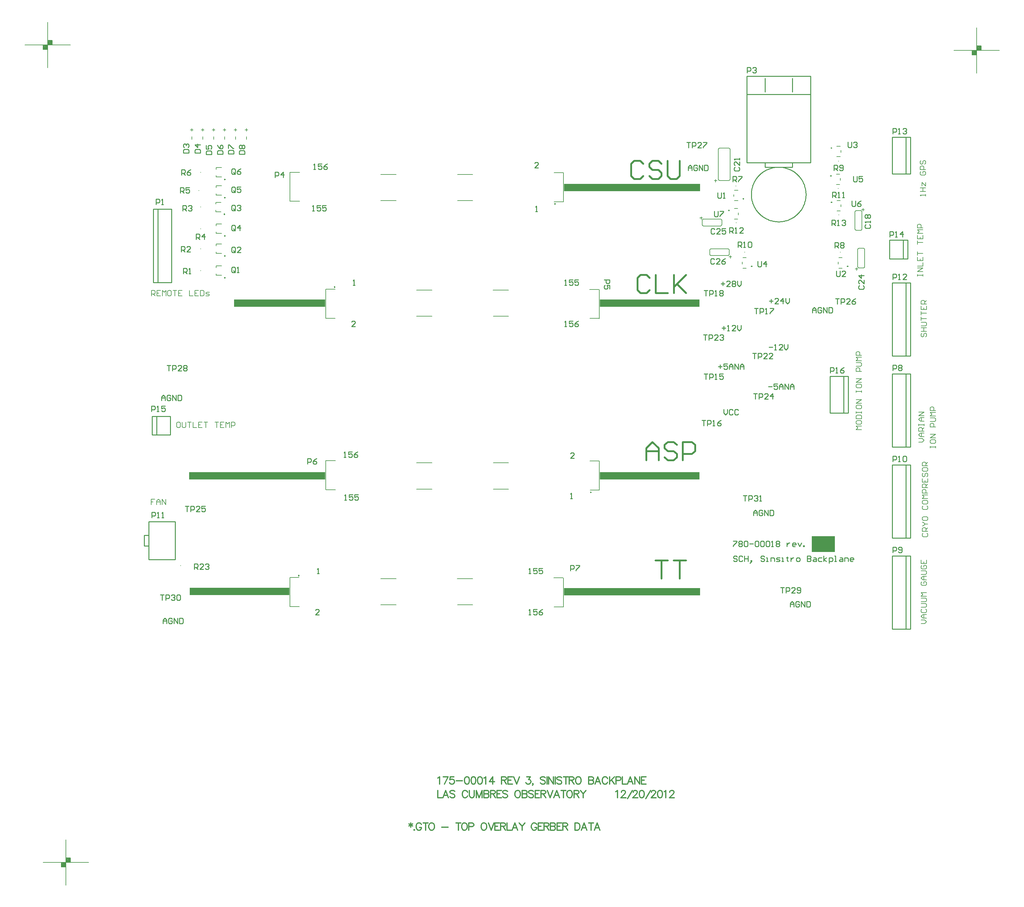
<source format=gto>
%FSLAX23Y23*%
%MOIN*%
G70*
G01*
G75*
G04 Layer_Color=65535*
%ADD10R,0.037X0.035*%
%ADD11R,0.037X0.035*%
%ADD12R,0.070X0.135*%
%ADD13R,0.036X0.036*%
%ADD14R,0.036X0.028*%
%ADD15R,0.100X0.100*%
%ADD16R,0.078X0.048*%
%ADD17R,0.050X0.050*%
%ADD18R,0.050X0.050*%
%ADD19R,0.016X0.085*%
%ADD20R,0.709X0.020*%
%ADD21R,0.048X0.078*%
%ADD22R,0.135X0.070*%
%ADD23C,0.010*%
%ADD24C,0.030*%
%ADD25C,0.050*%
%ADD26C,0.006*%
%ADD27C,0.012*%
%ADD28C,0.008*%
%ADD29C,0.012*%
%ADD30C,0.012*%
%ADD31C,0.050*%
%ADD32O,0.090X0.110*%
G04:AMPARAMS|DCode=33|XSize=90mil|YSize=110mil|CornerRadius=0mil|HoleSize=0mil|Usage=FLASHONLY|Rotation=231.428|XOffset=0mil|YOffset=0mil|HoleType=Round|Shape=Round|*
%AMOVALD33*
21,1,0.020,0.090,0.000,0.000,321.4*
1,1,0.090,-0.008,0.006*
1,1,0.090,0.008,-0.006*
%
%ADD33OVALD33*%

G04:AMPARAMS|DCode=34|XSize=90mil|YSize=110mil|CornerRadius=0mil|HoleSize=0mil|Usage=FLASHONLY|Rotation=282.856|XOffset=0mil|YOffset=0mil|HoleType=Round|Shape=Round|*
%AMOVALD34*
21,1,0.020,0.090,0.000,0.000,12.9*
1,1,0.090,-0.010,-0.002*
1,1,0.090,0.010,0.002*
%
%ADD34OVALD34*%

G04:AMPARAMS|DCode=35|XSize=90mil|YSize=110mil|CornerRadius=0mil|HoleSize=0mil|Usage=FLASHONLY|Rotation=334.284|XOffset=0mil|YOffset=0mil|HoleType=Round|Shape=Round|*
%AMOVALD35*
21,1,0.020,0.090,0.000,0.000,64.3*
1,1,0.090,-0.004,-0.009*
1,1,0.090,0.004,0.009*
%
%ADD35OVALD35*%

G04:AMPARAMS|DCode=36|XSize=90mil|YSize=110mil|CornerRadius=0mil|HoleSize=0mil|Usage=FLASHONLY|Rotation=25.712|XOffset=0mil|YOffset=0mil|HoleType=Round|Shape=Round|*
%AMOVALD36*
21,1,0.020,0.090,0.000,0.000,115.7*
1,1,0.090,0.004,-0.009*
1,1,0.090,-0.004,0.009*
%
%ADD36OVALD36*%

G04:AMPARAMS|DCode=37|XSize=90mil|YSize=110mil|CornerRadius=0mil|HoleSize=0mil|Usage=FLASHONLY|Rotation=77.140|XOffset=0mil|YOffset=0mil|HoleType=Round|Shape=Round|*
%AMOVALD37*
21,1,0.020,0.090,0.000,0.000,167.1*
1,1,0.090,0.010,-0.002*
1,1,0.090,-0.010,0.002*
%
%ADD37OVALD37*%

G04:AMPARAMS|DCode=38|XSize=90mil|YSize=110mil|CornerRadius=0mil|HoleSize=0mil|Usage=FLASHONLY|Rotation=128.568|XOffset=0mil|YOffset=0mil|HoleType=Round|Shape=Round|*
%AMOVALD38*
21,1,0.020,0.090,0.000,0.000,218.6*
1,1,0.090,0.008,0.006*
1,1,0.090,-0.008,-0.006*
%
%ADD38OVALD38*%

G04:AMPARAMS|DCode=39|XSize=90mil|YSize=110mil|CornerRadius=0mil|HoleSize=0mil|Usage=FLASHONLY|Rotation=207.692|XOffset=0mil|YOffset=0mil|HoleType=Round|Shape=Round|*
%AMOVALD39*
21,1,0.020,0.090,0.000,0.000,297.7*
1,1,0.090,-0.005,0.009*
1,1,0.090,0.005,-0.009*
%
%ADD39OVALD39*%

G04:AMPARAMS|DCode=40|XSize=90mil|YSize=110mil|CornerRadius=0mil|HoleSize=0mil|Usage=FLASHONLY|Rotation=235.384|XOffset=0mil|YOffset=0mil|HoleType=Round|Shape=Round|*
%AMOVALD40*
21,1,0.020,0.090,0.000,0.000,325.4*
1,1,0.090,-0.008,0.006*
1,1,0.090,0.008,-0.006*
%
%ADD40OVALD40*%

G04:AMPARAMS|DCode=41|XSize=90mil|YSize=110mil|CornerRadius=0mil|HoleSize=0mil|Usage=FLASHONLY|Rotation=263.076|XOffset=0mil|YOffset=0mil|HoleType=Round|Shape=Round|*
%AMOVALD41*
21,1,0.020,0.090,0.000,0.000,353.1*
1,1,0.090,-0.010,0.001*
1,1,0.090,0.010,-0.001*
%
%ADD41OVALD41*%

G04:AMPARAMS|DCode=42|XSize=90mil|YSize=110mil|CornerRadius=0mil|HoleSize=0mil|Usage=FLASHONLY|Rotation=290.768|XOffset=0mil|YOffset=0mil|HoleType=Round|Shape=Round|*
%AMOVALD42*
21,1,0.020,0.090,0.000,0.000,20.8*
1,1,0.090,-0.009,-0.004*
1,1,0.090,0.009,0.004*
%
%ADD42OVALD42*%

G04:AMPARAMS|DCode=43|XSize=90mil|YSize=110mil|CornerRadius=0mil|HoleSize=0mil|Usage=FLASHONLY|Rotation=318.460|XOffset=0mil|YOffset=0mil|HoleType=Round|Shape=Round|*
%AMOVALD43*
21,1,0.020,0.090,0.000,0.000,48.5*
1,1,0.090,-0.007,-0.007*
1,1,0.090,0.007,0.007*
%
%ADD43OVALD43*%

G04:AMPARAMS|DCode=44|XSize=90mil|YSize=110mil|CornerRadius=0mil|HoleSize=0mil|Usage=FLASHONLY|Rotation=346.152|XOffset=0mil|YOffset=0mil|HoleType=Round|Shape=Round|*
%AMOVALD44*
21,1,0.020,0.090,0.000,0.000,76.2*
1,1,0.090,-0.002,-0.010*
1,1,0.090,0.002,0.010*
%
%ADD44OVALD44*%

G04:AMPARAMS|DCode=45|XSize=90mil|YSize=110mil|CornerRadius=0mil|HoleSize=0mil|Usage=FLASHONLY|Rotation=13.844|XOffset=0mil|YOffset=0mil|HoleType=Round|Shape=Round|*
%AMOVALD45*
21,1,0.020,0.090,0.000,0.000,103.8*
1,1,0.090,0.002,-0.010*
1,1,0.090,-0.002,0.010*
%
%ADD45OVALD45*%

G04:AMPARAMS|DCode=46|XSize=90mil|YSize=110mil|CornerRadius=0mil|HoleSize=0mil|Usage=FLASHONLY|Rotation=41.536|XOffset=0mil|YOffset=0mil|HoleType=Round|Shape=Round|*
%AMOVALD46*
21,1,0.020,0.090,0.000,0.000,131.5*
1,1,0.090,0.007,-0.007*
1,1,0.090,-0.007,0.007*
%
%ADD46OVALD46*%

G04:AMPARAMS|DCode=47|XSize=90mil|YSize=110mil|CornerRadius=0mil|HoleSize=0mil|Usage=FLASHONLY|Rotation=69.228|XOffset=0mil|YOffset=0mil|HoleType=Round|Shape=Round|*
%AMOVALD47*
21,1,0.020,0.090,0.000,0.000,159.2*
1,1,0.090,0.009,-0.004*
1,1,0.090,-0.009,0.004*
%
%ADD47OVALD47*%

G04:AMPARAMS|DCode=48|XSize=90mil|YSize=110mil|CornerRadius=0mil|HoleSize=0mil|Usage=FLASHONLY|Rotation=96.920|XOffset=0mil|YOffset=0mil|HoleType=Round|Shape=Round|*
%AMOVALD48*
21,1,0.020,0.090,0.000,0.000,186.9*
1,1,0.090,0.010,0.001*
1,1,0.090,-0.010,-0.001*
%
%ADD48OVALD48*%

G04:AMPARAMS|DCode=49|XSize=90mil|YSize=110mil|CornerRadius=0mil|HoleSize=0mil|Usage=FLASHONLY|Rotation=124.612|XOffset=0mil|YOffset=0mil|HoleType=Round|Shape=Round|*
%AMOVALD49*
21,1,0.020,0.090,0.000,0.000,214.6*
1,1,0.090,0.008,0.006*
1,1,0.090,-0.008,-0.006*
%
%ADD49OVALD49*%

G04:AMPARAMS|DCode=50|XSize=90mil|YSize=110mil|CornerRadius=0mil|HoleSize=0mil|Usage=FLASHONLY|Rotation=152.304|XOffset=0mil|YOffset=0mil|HoleType=Round|Shape=Round|*
%AMOVALD50*
21,1,0.020,0.090,0.000,0.000,242.3*
1,1,0.090,0.005,0.009*
1,1,0.090,-0.005,-0.009*
%
%ADD50OVALD50*%

G04:AMPARAMS|DCode=51|XSize=90mil|YSize=110mil|CornerRadius=0mil|HoleSize=0mil|Usage=FLASHONLY|Rotation=198.000|XOffset=0mil|YOffset=0mil|HoleType=Round|Shape=Round|*
%AMOVALD51*
21,1,0.020,0.090,0.000,0.000,288.0*
1,1,0.090,-0.003,0.010*
1,1,0.090,0.003,-0.010*
%
%ADD51OVALD51*%

G04:AMPARAMS|DCode=52|XSize=90mil|YSize=110mil|CornerRadius=0mil|HoleSize=0mil|Usage=FLASHONLY|Rotation=216.000|XOffset=0mil|YOffset=0mil|HoleType=Round|Shape=Round|*
%AMOVALD52*
21,1,0.020,0.090,0.000,0.000,306.0*
1,1,0.090,-0.006,0.008*
1,1,0.090,0.006,-0.008*
%
%ADD52OVALD52*%

G04:AMPARAMS|DCode=53|XSize=90mil|YSize=110mil|CornerRadius=0mil|HoleSize=0mil|Usage=FLASHONLY|Rotation=234.000|XOffset=0mil|YOffset=0mil|HoleType=Round|Shape=Round|*
%AMOVALD53*
21,1,0.020,0.090,0.000,0.000,324.0*
1,1,0.090,-0.008,0.006*
1,1,0.090,0.008,-0.006*
%
%ADD53OVALD53*%

G04:AMPARAMS|DCode=54|XSize=90mil|YSize=110mil|CornerRadius=0mil|HoleSize=0mil|Usage=FLASHONLY|Rotation=252.000|XOffset=0mil|YOffset=0mil|HoleType=Round|Shape=Round|*
%AMOVALD54*
21,1,0.020,0.090,0.000,0.000,342.0*
1,1,0.090,-0.010,0.003*
1,1,0.090,0.010,-0.003*
%
%ADD54OVALD54*%

%ADD55O,0.110X0.090*%
G04:AMPARAMS|DCode=56|XSize=90mil|YSize=110mil|CornerRadius=0mil|HoleSize=0mil|Usage=FLASHONLY|Rotation=288.000|XOffset=0mil|YOffset=0mil|HoleType=Round|Shape=Round|*
%AMOVALD56*
21,1,0.020,0.090,0.000,0.000,18.0*
1,1,0.090,-0.010,-0.003*
1,1,0.090,0.010,0.003*
%
%ADD56OVALD56*%

G04:AMPARAMS|DCode=57|XSize=90mil|YSize=110mil|CornerRadius=0mil|HoleSize=0mil|Usage=FLASHONLY|Rotation=306.000|XOffset=0mil|YOffset=0mil|HoleType=Round|Shape=Round|*
%AMOVALD57*
21,1,0.020,0.090,0.000,0.000,36.0*
1,1,0.090,-0.008,-0.006*
1,1,0.090,0.008,0.006*
%
%ADD57OVALD57*%

G04:AMPARAMS|DCode=58|XSize=90mil|YSize=110mil|CornerRadius=0mil|HoleSize=0mil|Usage=FLASHONLY|Rotation=324.000|XOffset=0mil|YOffset=0mil|HoleType=Round|Shape=Round|*
%AMOVALD58*
21,1,0.020,0.090,0.000,0.000,54.0*
1,1,0.090,-0.006,-0.008*
1,1,0.090,0.006,0.008*
%
%ADD58OVALD58*%

G04:AMPARAMS|DCode=59|XSize=90mil|YSize=110mil|CornerRadius=0mil|HoleSize=0mil|Usage=FLASHONLY|Rotation=342.000|XOffset=0mil|YOffset=0mil|HoleType=Round|Shape=Round|*
%AMOVALD59*
21,1,0.020,0.090,0.000,0.000,72.0*
1,1,0.090,-0.003,-0.010*
1,1,0.090,0.003,0.010*
%
%ADD59OVALD59*%

%ADD60C,0.059*%
%ADD61R,0.059X0.059*%
%ADD62R,0.070X0.070*%
%ADD63C,0.070*%
%ADD64C,0.040*%
%ADD65C,0.236*%
%ADD66C,0.024*%
%ADD67C,0.010*%
%ADD68C,0.040*%
%ADD69C,0.065*%
G04:AMPARAMS|DCode=70|XSize=85mil|YSize=85mil|CornerRadius=0mil|HoleSize=0mil|Usage=FLASHONLY|Rotation=0.000|XOffset=0mil|YOffset=0mil|HoleType=Round|Shape=Relief|Width=10mil|Gap=10mil|Entries=4|*
%AMTHD70*
7,0,0,0.085,0.065,0.010,45*
%
%ADD70THD70*%
G04:AMPARAMS|DCode=71|XSize=130mil|YSize=130mil|CornerRadius=0mil|HoleSize=0mil|Usage=FLASHONLY|Rotation=0.000|XOffset=0mil|YOffset=0mil|HoleType=Round|Shape=Relief|Width=10mil|Gap=10mil|Entries=4|*
%AMTHD71*
7,0,0,0.130,0.110,0.010,45*
%
%ADD71THD71*%
%ADD72C,0.110*%
%ADD73C,0.079*%
G04:AMPARAMS|DCode=74|XSize=99.37mil|YSize=99.37mil|CornerRadius=0mil|HoleSize=0mil|Usage=FLASHONLY|Rotation=0.000|XOffset=0mil|YOffset=0mil|HoleType=Round|Shape=Relief|Width=10mil|Gap=10mil|Entries=4|*
%AMTHD74*
7,0,0,0.099,0.079,0.010,45*
%
%ADD74THD74*%
%ADD75C,0.075*%
%ADD76C,0.080*%
G04:AMPARAMS|DCode=77|XSize=95.433mil|YSize=95.433mil|CornerRadius=0mil|HoleSize=0mil|Usage=FLASHONLY|Rotation=0.000|XOffset=0mil|YOffset=0mil|HoleType=Round|Shape=Relief|Width=10mil|Gap=10mil|Entries=4|*
%AMTHD77*
7,0,0,0.095,0.075,0.010,45*
%
%ADD77THD77*%
%ADD78C,0.174*%
G04:AMPARAMS|DCode=79|XSize=70mil|YSize=70mil|CornerRadius=0mil|HoleSize=0mil|Usage=FLASHONLY|Rotation=0.000|XOffset=0mil|YOffset=0mil|HoleType=Round|Shape=Relief|Width=10mil|Gap=10mil|Entries=4|*
%AMTHD79*
7,0,0,0.070,0.050,0.010,45*
%
%ADD79THD79*%
%ADD80C,0.020*%
G04:AMPARAMS|DCode=81|XSize=100mil|YSize=100mil|CornerRadius=0mil|HoleSize=0mil|Usage=FLASHONLY|Rotation=0.000|XOffset=0mil|YOffset=0mil|HoleType=Round|Shape=Relief|Width=10mil|Gap=10mil|Entries=4|*
%AMTHD81*
7,0,0,0.100,0.080,0.010,45*
%
%ADD81THD81*%
%ADD82C,0.010*%
%ADD83C,0.008*%
%ADD84C,0.007*%
%ADD85R,0.257X0.178*%
%ADD86R,1.096X0.079*%
%ADD87R,1.496X0.079*%
%ADD88R,1.000X0.079*%
D23*
X36356Y26368D02*
X36356Y26378D01*
X36355Y26388D01*
X36354Y26398D01*
X36353Y26408D01*
X36352Y26418D01*
X36350Y26428D01*
X36348Y26437D01*
X36345Y26447D01*
X36342Y26457D01*
X36339Y26466D01*
X36336Y26476D01*
X36332Y26485D01*
X36328Y26494D01*
X36324Y26503D01*
X36319Y26512D01*
X36314Y26521D01*
X36309Y26529D01*
X36303Y26538D01*
X36297Y26546D01*
X36291Y26554D01*
X36285Y26562D01*
X36278Y26569D01*
X36271Y26576D01*
X36264Y26583D01*
X36257Y26590D01*
X36249Y26597D01*
X36242Y26603D01*
X36234Y26609D01*
X36226Y26615D01*
X36217Y26621D01*
X36209Y26626D01*
X36200Y26631D01*
X36191Y26636D01*
X36182Y26640D01*
X36173Y26644D01*
X36164Y26648D01*
X36154Y26651D01*
X36145Y26654D01*
X36135Y26657D01*
X36125Y26660D01*
X36116Y26662D01*
X36106Y26664D01*
X36096Y26665D01*
X36086Y26666D01*
X36076Y26667D01*
X36066Y26668D01*
X36056Y26668D01*
X36046Y26668D01*
X36036Y26667D01*
X36026Y26666D01*
X36016Y26665D01*
X36006Y26664D01*
X35996Y26662D01*
X35986Y26660D01*
X35977Y26657D01*
X35967Y26654D01*
X35957Y26651D01*
X35948Y26648D01*
X35939Y26644D01*
X35930Y26640D01*
X35920Y26636D01*
X35912Y26631D01*
X35903Y26626D01*
X35894Y26621D01*
X35886Y26615D01*
X35878Y26609D01*
X35870Y26603D01*
X35862Y26597D01*
X35855Y26590D01*
X35847Y26583D01*
X35840Y26576D01*
X35833Y26569D01*
X35827Y26562D01*
X35820Y26554D01*
X35814Y26546D01*
X35808Y26538D01*
X35803Y26529D01*
X35798Y26521D01*
X35793Y26512D01*
X35788Y26503D01*
X35784Y26494D01*
X35780Y26485D01*
X35776Y26476D01*
X35772Y26466D01*
X35769Y26457D01*
X35766Y26447D01*
X35764Y26437D01*
X35762Y26428D01*
X35760Y26418D01*
X35758Y26408D01*
X35757Y26398D01*
X35756Y26388D01*
X35756Y26378D01*
X35756Y26368D01*
X35756Y26358D01*
X35756Y26348D01*
X35757Y26338D01*
X35758Y26328D01*
X35760Y26318D01*
X35762Y26308D01*
X35764Y26298D01*
X35766Y26289D01*
X35769Y26279D01*
X35772Y26269D01*
X35776Y26260D01*
X35780Y26251D01*
X35784Y26242D01*
X35788Y26233D01*
X35793Y26224D01*
X35798Y26215D01*
X35803Y26206D01*
X35808Y26198D01*
X35814Y26190D01*
X35820Y26182D01*
X35827Y26174D01*
X35833Y26167D01*
X35840Y26159D01*
X35847Y26152D01*
X35855Y26145D01*
X35862Y26139D01*
X35870Y26132D01*
X35878Y26126D01*
X35886Y26121D01*
X35894Y26115D01*
X35903Y26110D01*
X35912Y26105D01*
X35920Y26100D01*
X35930Y26096D01*
X35939Y26092D01*
X35948Y26088D01*
X35957Y26084D01*
X35967Y26081D01*
X35977Y26079D01*
X35986Y26076D01*
X35996Y26074D01*
X36006Y26072D01*
X36016Y26071D01*
X36026Y26069D01*
X36036Y26069D01*
X36046Y26068D01*
X36056Y26068D01*
X36066Y26068D01*
X36076Y26069D01*
X36086Y26069D01*
X36096Y26071D01*
X36106Y26072D01*
X36116Y26074D01*
X36125Y26076D01*
X36135Y26079D01*
X36145Y26081D01*
X36154Y26084D01*
X36164Y26088D01*
X36173Y26092D01*
X36182Y26096D01*
X36191Y26100D01*
X36200Y26105D01*
X36209Y26110D01*
X36217Y26115D01*
X36226Y26121D01*
X36234Y26126D01*
X36242Y26132D01*
X36249Y26139D01*
X36257Y26145D01*
X36264Y26152D01*
X36271Y26159D01*
X36278Y26167D01*
X36285Y26174D01*
X36291Y26182D01*
X36297Y26190D01*
X36303Y26198D01*
X36309Y26206D01*
X36314Y26215D01*
X36319Y26224D01*
X36324Y26233D01*
X36328Y26242D01*
X36332Y26251D01*
X36336Y26260D01*
X36339Y26269D01*
X36342Y26279D01*
X36345Y26289D01*
X36348Y26298D01*
X36350Y26308D01*
X36352Y26318D01*
X36353Y26328D01*
X36354Y26338D01*
X36355Y26348D01*
X36356Y26358D01*
X36356Y26368D01*
X35906Y26668D02*
Y26718D01*
Y26668D02*
X36206D01*
X35706Y27668D02*
X36356D01*
X35706Y26718D02*
Y27668D01*
X36406Y26718D02*
Y27668D01*
X36356D02*
X36406D01*
X35706Y26718D02*
X35906D01*
X36206Y26668D02*
Y26718D01*
X36406D01*
X35906D02*
X36206D01*
X36406Y27468D02*
Y27668D01*
X35706Y27468D02*
X36406D01*
X36206Y27493D02*
Y27643D01*
X35906Y27493D02*
Y27643D01*
X37455Y24593D02*
Y25398D01*
X37305Y24593D02*
X37505D01*
X37305Y25398D02*
X37505D01*
X37305Y24593D02*
Y25398D01*
X37505Y24593D02*
Y25398D01*
X36769Y23966D02*
Y24371D01*
X36619Y23966D02*
X36819D01*
X36619Y24371D02*
X36819D01*
X36619Y23966D02*
Y24371D01*
X36819Y23966D02*
Y24371D01*
X37423Y25661D02*
Y25866D01*
X37273Y25661D02*
X37473D01*
X37273Y25866D02*
X37473D01*
X37273Y25661D02*
Y25866D01*
X37473Y25661D02*
Y25866D01*
X29142Y22772D02*
X29277D01*
X29142Y22357D02*
Y22772D01*
Y22357D02*
X29429D01*
Y22772D01*
X29277D02*
X29429D01*
X29089Y22506D02*
X29142D01*
X29089D02*
Y22624D01*
X29142D01*
X29227Y23726D02*
Y23931D01*
X29177D02*
X29377D01*
X29177Y23726D02*
X29377D01*
Y23931D01*
X29177Y23726D02*
Y23931D01*
X29189Y25401D02*
Y26206D01*
X29389Y25401D02*
Y26206D01*
X29189Y25401D02*
X29389D01*
X29189Y26206D02*
X29389D01*
X29239Y25401D02*
Y26206D01*
X37455Y23593D02*
Y24398D01*
X37305Y23593D02*
X37505D01*
X37305Y24398D02*
X37505D01*
X37305Y23593D02*
Y24398D01*
X37505Y23593D02*
Y24398D01*
X37455Y21593D02*
Y22398D01*
X37305Y21593D02*
X37505D01*
X37305Y22398D02*
X37505D01*
X37305Y21593D02*
Y22398D01*
X37505Y21593D02*
Y22398D01*
X37455Y22593D02*
Y23398D01*
X37305Y22593D02*
X37505D01*
X37305Y23398D02*
X37505D01*
X37305Y22593D02*
Y23398D01*
X37505Y22593D02*
Y23398D01*
X37455Y26593D02*
Y26998D01*
X37305Y26593D02*
X37505D01*
X37305Y26998D02*
X37505D01*
X37305Y26593D02*
Y26998D01*
X37505Y26593D02*
Y26998D01*
X30089Y25521D02*
Y25561D01*
X30079Y25571D01*
X30059D01*
X30049Y25561D01*
Y25521D01*
X30059Y25511D01*
X30079D01*
X30069Y25531D02*
X30089Y25511D01*
X30079D02*
X30089Y25521D01*
X30109Y25511D02*
X30129D01*
X30119D01*
Y25571D01*
X30109Y25561D01*
X35666Y23059D02*
X35706D01*
X35686D01*
Y22999D01*
X35726D02*
Y23059D01*
X35756D01*
X35766Y23049D01*
Y23029D01*
X35756Y23019D01*
X35726D01*
X35786Y23049D02*
X35796Y23059D01*
X35816D01*
X35826Y23049D01*
Y23039D01*
X35816Y23029D01*
X35806D01*
X35816D01*
X35826Y23019D01*
Y23009D01*
X35816Y22999D01*
X35796D01*
X35786Y23009D01*
X35846Y22999D02*
X35866D01*
X35856D01*
Y23059D01*
X35846Y23049D01*
X35352Y26184D02*
Y26134D01*
X35362Y26124D01*
X35382D01*
X35392Y26134D01*
Y26184D01*
X35412D02*
X35452D01*
Y26174D01*
X35412Y26134D01*
Y26124D01*
X35576Y26666D02*
X35566Y26656D01*
Y26636D01*
X35576Y26626D01*
X35616D01*
X35626Y26636D01*
Y26656D01*
X35616Y26666D01*
X35626Y26726D02*
Y26686D01*
X35586Y26726D01*
X35576D01*
X35566Y26716D01*
Y26696D01*
X35576Y26686D01*
X35626Y26746D02*
Y26766D01*
Y26756D01*
X35566D01*
X35576Y26746D01*
X35351Y25652D02*
X35341Y25662D01*
X35321D01*
X35311Y25652D01*
Y25612D01*
X35321Y25602D01*
X35341D01*
X35351Y25612D01*
X35411Y25602D02*
X35371D01*
X35411Y25642D01*
Y25652D01*
X35401Y25662D01*
X35381D01*
X35371Y25652D01*
X35471Y25662D02*
X35451Y25652D01*
X35431Y25632D01*
Y25612D01*
X35441Y25602D01*
X35461D01*
X35471Y25612D01*
Y25622D01*
X35461Y25632D01*
X35431D01*
X30134Y26811D02*
X30194D01*
Y26841D01*
X30184Y26851D01*
X30144D01*
X30134Y26841D01*
Y26811D01*
X30144Y26871D02*
X30134Y26881D01*
Y26901D01*
X30144Y26911D01*
X30154D01*
X30164Y26901D01*
X30174Y26911D01*
X30184D01*
X30194Y26901D01*
Y26881D01*
X30184Y26871D01*
X30174D01*
X30164Y26881D01*
X30154Y26871D01*
X30144D01*
X30164Y26881D02*
Y26901D01*
X36640Y26027D02*
Y26087D01*
X36670D01*
X36680Y26077D01*
Y26057D01*
X36670Y26047D01*
X36640D01*
X36660D02*
X36680Y26027D01*
X36700D02*
X36720D01*
X36710D01*
Y26087D01*
X36700Y26077D01*
X36750D02*
X36760Y26087D01*
X36780D01*
X36790Y26077D01*
Y26067D01*
X36780Y26057D01*
X36770D01*
X36780D01*
X36790Y26047D01*
Y26037D01*
X36780Y26027D01*
X36760D01*
X36750Y26037D01*
X33769Y22234D02*
Y22294D01*
X33799D01*
X33809Y22284D01*
Y22264D01*
X33799Y22254D01*
X33769D01*
X33829Y22294D02*
X33869D01*
Y22284D01*
X33829Y22244D01*
Y22234D01*
X33314Y22202D02*
X33334D01*
X33324D01*
Y22261D01*
X33314Y22251D01*
X33404Y22261D02*
X33364D01*
Y22231D01*
X33384Y22241D01*
X33394D01*
X33404Y22231D01*
Y22211D01*
X33394Y22202D01*
X33374D01*
X33364Y22211D01*
X33464Y22261D02*
X33424D01*
Y22231D01*
X33444Y22241D01*
X33454D01*
X33464Y22231D01*
Y22211D01*
X33454Y22202D01*
X33434D01*
X33424Y22211D01*
X33314Y21749D02*
X33334D01*
X33324D01*
Y21809D01*
X33314Y21799D01*
X33404Y21809D02*
X33364D01*
Y21779D01*
X33384Y21789D01*
X33394D01*
X33404Y21779D01*
Y21759D01*
X33394Y21749D01*
X33374D01*
X33364Y21759D01*
X33464Y21809D02*
X33444Y21799D01*
X33424Y21779D01*
Y21759D01*
X33434Y21749D01*
X33454D01*
X33464Y21759D01*
Y21769D01*
X33454Y21779D01*
X33424D01*
X31012Y21749D02*
X30972D01*
X31012Y21789D01*
Y21799D01*
X31002Y21809D01*
X30982D01*
X30972Y21799D01*
X30992Y22202D02*
X31012D01*
X31002D01*
Y22261D01*
X30992Y22251D01*
X35710Y27702D02*
Y27762D01*
X35740D01*
X35750Y27752D01*
Y27732D01*
X35740Y27722D01*
X35710D01*
X35770Y27752D02*
X35780Y27762D01*
X35800D01*
X35810Y27752D01*
Y27742D01*
X35800Y27732D01*
X35790D01*
X35800D01*
X35810Y27722D01*
Y27712D01*
X35800Y27702D01*
X35780D01*
X35770Y27712D01*
X37310Y25432D02*
Y25492D01*
X37340D01*
X37350Y25482D01*
Y25462D01*
X37340Y25452D01*
X37310D01*
X37370Y25432D02*
X37390D01*
X37380D01*
Y25492D01*
X37370Y25482D01*
X37460Y25432D02*
X37420D01*
X37460Y25472D01*
Y25482D01*
X37450Y25492D01*
X37430D01*
X37420Y25482D01*
X36623Y24405D02*
Y24465D01*
X36653D01*
X36663Y24455D01*
Y24435D01*
X36653Y24425D01*
X36623D01*
X36683Y24405D02*
X36703D01*
X36693D01*
Y24465D01*
X36683Y24455D01*
X36773Y24465D02*
X36753Y24455D01*
X36733Y24435D01*
Y24415D01*
X36743Y24405D01*
X36763D01*
X36773Y24415D01*
Y24425D01*
X36763Y24435D01*
X36733D01*
X37277Y25900D02*
Y25960D01*
X37307D01*
X37317Y25950D01*
Y25930D01*
X37307Y25920D01*
X37277D01*
X37337Y25900D02*
X37357D01*
X37347D01*
Y25960D01*
X37337Y25950D01*
X37417Y25900D02*
Y25960D01*
X37387Y25930D01*
X37427D01*
X29174Y22818D02*
Y22878D01*
X29204D01*
X29214Y22868D01*
Y22848D01*
X29204Y22838D01*
X29174D01*
X29234Y22818D02*
X29254D01*
X29244D01*
Y22878D01*
X29234Y22868D01*
X29284Y22818D02*
X29304D01*
X29294D01*
Y22878D01*
X29284Y22868D01*
X29169Y23982D02*
Y24042D01*
X29199D01*
X29209Y24032D01*
Y24012D01*
X29199Y24002D01*
X29169D01*
X29229Y23982D02*
X29249D01*
X29239D01*
Y24042D01*
X29229Y24032D01*
X29319Y24042D02*
X29279D01*
Y24012D01*
X29299Y24022D01*
X29309D01*
X29319Y24012D01*
Y23992D01*
X29309Y23982D01*
X29289D01*
X29279Y23992D01*
X29502Y26580D02*
Y26640D01*
X29532D01*
X29542Y26630D01*
Y26610D01*
X29532Y26600D01*
X29502D01*
X29522D02*
X29542Y26580D01*
X29602Y26640D02*
X29582Y26630D01*
X29562Y26610D01*
Y26590D01*
X29572Y26580D01*
X29592D01*
X29602Y26590D01*
Y26600D01*
X29592Y26610D01*
X29562D01*
X29487Y26382D02*
Y26442D01*
X29517D01*
X29527Y26432D01*
Y26412D01*
X29517Y26402D01*
X29487D01*
X29507D02*
X29527Y26382D01*
X29587Y26442D02*
X29547D01*
Y26412D01*
X29567Y26422D01*
X29577D01*
X29587Y26412D01*
Y26392D01*
X29577Y26382D01*
X29557D01*
X29547Y26392D01*
X29662Y25874D02*
Y25934D01*
X29692D01*
X29702Y25924D01*
Y25904D01*
X29692Y25894D01*
X29662D01*
X29682D02*
X29702Y25874D01*
X29752D02*
Y25934D01*
X29722Y25904D01*
X29762D01*
X29514Y26187D02*
Y26247D01*
X29544D01*
X29554Y26237D01*
Y26217D01*
X29544Y26207D01*
X29514D01*
X29534D02*
X29554Y26187D01*
X29574Y26237D02*
X29584Y26247D01*
X29604D01*
X29614Y26237D01*
Y26227D01*
X29604Y26217D01*
X29594D01*
X29604D01*
X29614Y26207D01*
Y26197D01*
X29604Y26187D01*
X29584D01*
X29574Y26197D01*
X29498Y25738D02*
Y25798D01*
X29528D01*
X29538Y25788D01*
Y25768D01*
X29528Y25758D01*
X29498D01*
X29518D02*
X29538Y25738D01*
X29598D02*
X29558D01*
X29598Y25778D01*
Y25788D01*
X29588Y25798D01*
X29568D01*
X29558Y25788D01*
X29519Y25495D02*
Y25555D01*
X29549D01*
X29559Y25545D01*
Y25525D01*
X29549Y25515D01*
X29519D01*
X29539D02*
X29559Y25495D01*
X29579D02*
X29599D01*
X29589D01*
Y25555D01*
X29579Y25545D01*
X30089Y26601D02*
Y26641D01*
X30079Y26651D01*
X30059D01*
X30049Y26641D01*
Y26601D01*
X30059Y26591D01*
X30079D01*
X30069Y26611D02*
X30089Y26591D01*
X30079D02*
X30089Y26601D01*
X30149Y26651D02*
X30129Y26641D01*
X30109Y26621D01*
Y26601D01*
X30119Y26591D01*
X30139D01*
X30149Y26601D01*
Y26611D01*
X30139Y26621D01*
X30109D01*
X30089Y26401D02*
Y26441D01*
X30079Y26451D01*
X30059D01*
X30049Y26441D01*
Y26401D01*
X30059Y26391D01*
X30079D01*
X30069Y26411D02*
X30089Y26391D01*
X30079D02*
X30089Y26401D01*
X30149Y26451D02*
X30109D01*
Y26421D01*
X30129Y26431D01*
X30139D01*
X30149Y26421D01*
Y26401D01*
X30139Y26391D01*
X30119D01*
X30109Y26401D01*
X30089Y25981D02*
Y26021D01*
X30079Y26031D01*
X30059D01*
X30049Y26021D01*
Y25981D01*
X30059Y25971D01*
X30079D01*
X30069Y25991D02*
X30089Y25971D01*
X30079D02*
X30089Y25981D01*
X30139Y25971D02*
Y26031D01*
X30109Y26001D01*
X30149D01*
X30089Y26201D02*
Y26241D01*
X30079Y26251D01*
X30059D01*
X30049Y26241D01*
Y26201D01*
X30059Y26191D01*
X30079D01*
X30069Y26211D02*
X30089Y26191D01*
X30079D02*
X30089Y26201D01*
X30109Y26241D02*
X30119Y26251D01*
X30139D01*
X30149Y26241D01*
Y26231D01*
X30139Y26221D01*
X30129D01*
X30139D01*
X30149Y26211D01*
Y26201D01*
X30139Y26191D01*
X30119D01*
X30109Y26201D01*
X30089Y25741D02*
Y25781D01*
X30079Y25791D01*
X30059D01*
X30049Y25781D01*
Y25741D01*
X30059Y25731D01*
X30079D01*
X30069Y25751D02*
X30089Y25731D01*
X30079D02*
X30089Y25741D01*
X30149Y25731D02*
X30109D01*
X30149Y25771D01*
Y25781D01*
X30139Y25791D01*
X30119D01*
X30109Y25781D01*
X29220Y26258D02*
Y26318D01*
X29250D01*
X29260Y26308D01*
Y26288D01*
X29250Y26278D01*
X29220D01*
X29280Y26258D02*
X29300D01*
X29290D01*
Y26318D01*
X29280Y26308D01*
X29642Y22250D02*
Y22310D01*
X29672D01*
X29682Y22300D01*
Y22280D01*
X29672Y22270D01*
X29642D01*
X29662D02*
X29682Y22250D01*
X29742D02*
X29702D01*
X29742Y22290D01*
Y22300D01*
X29732Y22310D01*
X29712D01*
X29702Y22300D01*
X29762D02*
X29772Y22310D01*
X29792D01*
X29802Y22300D01*
Y22290D01*
X29792Y22280D01*
X29782D01*
X29792D01*
X29802Y22270D01*
Y22260D01*
X29792Y22250D01*
X29772D01*
X29762Y22260D01*
X37014Y26037D02*
X37004Y26027D01*
Y26007D01*
X37014Y25997D01*
X37054D01*
X37064Y26007D01*
Y26027D01*
X37054Y26037D01*
X37064Y26057D02*
Y26077D01*
Y26067D01*
X37004D01*
X37014Y26057D01*
Y26107D02*
X37004Y26117D01*
Y26137D01*
X37014Y26147D01*
X37024D01*
X37034Y26137D01*
X37044Y26147D01*
X37054D01*
X37064Y26137D01*
Y26117D01*
X37054Y26107D01*
X37044D01*
X37034Y26117D01*
X37024Y26107D01*
X37014D01*
X37034Y26117D02*
Y26137D01*
X36943Y25368D02*
X36933Y25358D01*
Y25338D01*
X36943Y25328D01*
X36983D01*
X36993Y25338D01*
Y25358D01*
X36983Y25368D01*
X36993Y25428D02*
Y25388D01*
X36953Y25428D01*
X36943D01*
X36933Y25418D01*
Y25398D01*
X36943Y25388D01*
X36993Y25478D02*
X36933D01*
X36963Y25448D01*
Y25488D01*
X35355Y25982D02*
X35345Y25992D01*
X35325D01*
X35315Y25982D01*
Y25942D01*
X35325Y25932D01*
X35345D01*
X35355Y25942D01*
X35415Y25932D02*
X35375D01*
X35415Y25972D01*
Y25982D01*
X35405Y25992D01*
X35385D01*
X35375Y25982D01*
X35474Y25992D02*
X35435D01*
Y25962D01*
X35455Y25972D01*
X35465D01*
X35474Y25962D01*
Y25942D01*
X35465Y25932D01*
X35445D01*
X35435Y25942D01*
X29519Y26823D02*
X29579D01*
Y26853D01*
X29569Y26863D01*
X29529D01*
X29519Y26853D01*
Y26823D01*
X29529Y26883D02*
X29519Y26893D01*
Y26913D01*
X29529Y26923D01*
X29539D01*
X29549Y26913D01*
Y26903D01*
Y26913D01*
X29559Y26923D01*
X29569D01*
X29579Y26913D01*
Y26893D01*
X29569Y26883D01*
X29647Y26823D02*
X29707D01*
Y26853D01*
X29697Y26863D01*
X29657D01*
X29647Y26853D01*
Y26823D01*
X29707Y26913D02*
X29647D01*
X29677Y26883D01*
Y26923D01*
X29769Y26807D02*
X29829D01*
Y26837D01*
X29819Y26847D01*
X29779D01*
X29769Y26837D01*
Y26807D01*
Y26907D02*
Y26867D01*
X29799D01*
X29789Y26887D01*
Y26897D01*
X29799Y26907D01*
X29819D01*
X29829Y26897D01*
Y26877D01*
X29819Y26867D01*
X29893Y26811D02*
X29953D01*
Y26841D01*
X29943Y26851D01*
X29903D01*
X29893Y26841D01*
Y26811D01*
Y26911D02*
X29903Y26891D01*
X29923Y26871D01*
X29943D01*
X29953Y26881D01*
Y26901D01*
X29943Y26911D01*
X29933D01*
X29923Y26901D01*
Y26871D01*
X30015Y26813D02*
X30075D01*
Y26843D01*
X30065Y26853D01*
X30025D01*
X30015Y26843D01*
Y26813D01*
Y26873D02*
Y26913D01*
X30025D01*
X30065Y26873D01*
X30075D01*
X30527Y26554D02*
Y26614D01*
X30557D01*
X30567Y26604D01*
Y26584D01*
X30557Y26574D01*
X30527D01*
X30617Y26554D02*
Y26614D01*
X30587Y26584D01*
X30627D01*
X30936Y26187D02*
X30956D01*
X30946D01*
Y26247D01*
X30936Y26237D01*
X31026Y26247D02*
X30986D01*
Y26217D01*
X31006Y26227D01*
X31016D01*
X31026Y26217D01*
Y26197D01*
X31016Y26187D01*
X30996D01*
X30986Y26197D01*
X31086Y26247D02*
X31046D01*
Y26217D01*
X31066Y26227D01*
X31076D01*
X31086Y26217D01*
Y26197D01*
X31076Y26187D01*
X31056D01*
X31046Y26197D01*
X30950Y26644D02*
X30970D01*
X30960D01*
Y26704D01*
X30950Y26694D01*
X31040Y26704D02*
X31000D01*
Y26674D01*
X31020Y26684D01*
X31030D01*
X31040Y26674D01*
Y26654D01*
X31030Y26644D01*
X31010D01*
X31000Y26654D01*
X31100Y26704D02*
X31080Y26694D01*
X31060Y26674D01*
Y26654D01*
X31070Y26644D01*
X31090D01*
X31100Y26654D01*
Y26664D01*
X31090Y26674D01*
X31060D01*
X33417Y26659D02*
X33377D01*
X33417Y26699D01*
Y26709D01*
X33407Y26719D01*
X33387D01*
X33377Y26709D01*
X33387Y26181D02*
X33407D01*
X33397D01*
Y26241D01*
X33387Y26231D01*
X30883Y23405D02*
Y23465D01*
X30913D01*
X30923Y23455D01*
Y23435D01*
X30913Y23425D01*
X30883D01*
X30983Y23465D02*
X30963Y23455D01*
X30943Y23435D01*
Y23415D01*
X30953Y23405D01*
X30973D01*
X30983Y23415D01*
Y23425D01*
X30973Y23435D01*
X30943D01*
X31289Y23011D02*
X31309D01*
X31299D01*
Y23071D01*
X31289Y23061D01*
X31379Y23071D02*
X31339D01*
Y23041D01*
X31359Y23051D01*
X31369D01*
X31379Y23041D01*
Y23021D01*
X31369Y23011D01*
X31349D01*
X31339Y23021D01*
X31439Y23071D02*
X31399D01*
Y23041D01*
X31419Y23051D01*
X31429D01*
X31439Y23041D01*
Y23021D01*
X31429Y23011D01*
X31409D01*
X31399Y23021D01*
X31284Y23480D02*
X31304D01*
X31294D01*
Y23540D01*
X31284Y23530D01*
X31374Y23540D02*
X31334D01*
Y23510D01*
X31354Y23520D01*
X31364D01*
X31374Y23510D01*
Y23490D01*
X31364Y23480D01*
X31344D01*
X31334Y23490D01*
X31434Y23540D02*
X31414Y23530D01*
X31394Y23510D01*
Y23490D01*
X31404Y23480D01*
X31424D01*
X31434Y23490D01*
Y23500D01*
X31424Y23510D01*
X31394D01*
X33811Y23470D02*
X33771D01*
X33811Y23510D01*
Y23520D01*
X33801Y23530D01*
X33781D01*
X33771Y23520D01*
Y23025D02*
X33791D01*
X33781D01*
Y23085D01*
X33771Y23075D01*
X34142Y25429D02*
X34202D01*
Y25399D01*
X34192Y25389D01*
X34172D01*
X34162Y25399D01*
Y25429D01*
X34202Y25329D02*
Y25369D01*
X34172D01*
X34182Y25349D01*
Y25339D01*
X34172Y25329D01*
X34152D01*
X34142Y25339D01*
Y25359D01*
X34152Y25369D01*
X33708Y25370D02*
X33728D01*
X33718D01*
Y25430D01*
X33708Y25420D01*
X33798Y25430D02*
X33758D01*
Y25400D01*
X33778Y25410D01*
X33788D01*
X33798Y25400D01*
Y25380D01*
X33788Y25370D01*
X33768D01*
X33758Y25380D01*
X33858Y25430D02*
X33818D01*
Y25400D01*
X33838Y25410D01*
X33848D01*
X33858Y25400D01*
Y25380D01*
X33848Y25370D01*
X33828D01*
X33818Y25380D01*
X33708Y24917D02*
X33728D01*
X33718D01*
Y24977D01*
X33708Y24967D01*
X33798Y24977D02*
X33758D01*
Y24947D01*
X33778Y24957D01*
X33788D01*
X33798Y24947D01*
Y24927D01*
X33788Y24917D01*
X33768D01*
X33758Y24927D01*
X33858Y24977D02*
X33838Y24967D01*
X33818Y24947D01*
Y24927D01*
X33828Y24917D01*
X33848D01*
X33858Y24927D01*
Y24937D01*
X33848Y24947D01*
X33818D01*
X31406Y24917D02*
X31366D01*
X31406Y24957D01*
Y24967D01*
X31396Y24977D01*
X31376D01*
X31366Y24967D01*
X31385Y25370D02*
X31405D01*
X31395D01*
Y25430D01*
X31385Y25420D01*
X37310Y24432D02*
Y24492D01*
X37340D01*
X37350Y24482D01*
Y24462D01*
X37340Y24452D01*
X37310D01*
X37370Y24482D02*
X37380Y24492D01*
X37400D01*
X37410Y24482D01*
Y24472D01*
X37400Y24462D01*
X37410Y24452D01*
Y24442D01*
X37400Y24432D01*
X37380D01*
X37370Y24442D01*
Y24452D01*
X37380Y24462D01*
X37370Y24472D01*
Y24482D01*
X37380Y24462D02*
X37400D01*
X37310Y22432D02*
Y22492D01*
X37340D01*
X37350Y22482D01*
Y22462D01*
X37340Y22452D01*
X37310D01*
X37370Y22442D02*
X37380Y22432D01*
X37400D01*
X37410Y22442D01*
Y22482D01*
X37400Y22492D01*
X37380D01*
X37370Y22482D01*
Y22472D01*
X37380Y22462D01*
X37410D01*
X37310Y23432D02*
Y23492D01*
X37340D01*
X37350Y23482D01*
Y23462D01*
X37340Y23452D01*
X37310D01*
X37370Y23432D02*
X37390D01*
X37380D01*
Y23492D01*
X37370Y23482D01*
X37420D02*
X37430Y23492D01*
X37450D01*
X37460Y23482D01*
Y23442D01*
X37450Y23432D01*
X37430D01*
X37420Y23442D01*
Y23482D01*
X37310Y27032D02*
Y27092D01*
X37340D01*
X37350Y27082D01*
Y27062D01*
X37340Y27052D01*
X37310D01*
X37370Y27032D02*
X37390D01*
X37380D01*
Y27092D01*
X37370Y27082D01*
X37420D02*
X37430Y27092D01*
X37450D01*
X37460Y27082D01*
Y27072D01*
X37450Y27062D01*
X37440D01*
X37450D01*
X37460Y27052D01*
Y27042D01*
X37450Y27032D01*
X37430D01*
X37420Y27042D01*
X35236Y24397D02*
X35276D01*
X35256D01*
Y24337D01*
X35296D02*
Y24397D01*
X35326D01*
X35336Y24387D01*
Y24367D01*
X35326Y24357D01*
X35296D01*
X35356Y24337D02*
X35376D01*
X35366D01*
Y24397D01*
X35356Y24387D01*
X35446Y24397D02*
X35406D01*
Y24367D01*
X35426Y24377D01*
X35436D01*
X35446Y24367D01*
Y24347D01*
X35436Y24337D01*
X35416D01*
X35406Y24347D01*
X35213Y23887D02*
X35253D01*
X35233D01*
Y23827D01*
X35273D02*
Y23887D01*
X35303D01*
X35313Y23877D01*
Y23857D01*
X35303Y23847D01*
X35273D01*
X35333Y23827D02*
X35353D01*
X35343D01*
Y23887D01*
X35333Y23877D01*
X35423Y23887D02*
X35403Y23877D01*
X35383Y23857D01*
Y23837D01*
X35393Y23827D01*
X35413D01*
X35423Y23837D01*
Y23847D01*
X35413Y23857D01*
X35383D01*
X35789Y25117D02*
X35829D01*
X35809D01*
Y25057D01*
X35849D02*
Y25117D01*
X35879D01*
X35889Y25107D01*
Y25087D01*
X35879Y25077D01*
X35849D01*
X35909Y25057D02*
X35929D01*
X35919D01*
Y25117D01*
X35909Y25107D01*
X35959Y25117D02*
X35999D01*
Y25107D01*
X35959Y25067D01*
Y25057D01*
X35237Y25313D02*
X35277D01*
X35257D01*
Y25253D01*
X35297D02*
Y25313D01*
X35327D01*
X35337Y25303D01*
Y25283D01*
X35327Y25273D01*
X35297D01*
X35357Y25253D02*
X35377D01*
X35367D01*
Y25313D01*
X35357Y25303D01*
X35407D02*
X35417Y25313D01*
X35437D01*
X35447Y25303D01*
Y25293D01*
X35437Y25283D01*
X35447Y25273D01*
Y25263D01*
X35437Y25253D01*
X35417D01*
X35407Y25263D01*
Y25273D01*
X35417Y25283D01*
X35407Y25293D01*
Y25303D01*
X35417Y25283D02*
X35437D01*
X35772Y24622D02*
X35812D01*
X35792D01*
Y24562D01*
X35832D02*
Y24622D01*
X35862D01*
X35872Y24612D01*
Y24592D01*
X35862Y24582D01*
X35832D01*
X35932Y24562D02*
X35892D01*
X35932Y24602D01*
Y24612D01*
X35922Y24622D01*
X35902D01*
X35892Y24612D01*
X35992Y24562D02*
X35952D01*
X35992Y24602D01*
Y24612D01*
X35982Y24622D01*
X35962D01*
X35952Y24612D01*
X35229Y24826D02*
X35269D01*
X35249D01*
Y24766D01*
X35289D02*
Y24826D01*
X35319D01*
X35329Y24816D01*
Y24796D01*
X35319Y24786D01*
X35289D01*
X35389Y24766D02*
X35349D01*
X35389Y24806D01*
Y24816D01*
X35379Y24826D01*
X35359D01*
X35349Y24816D01*
X35409D02*
X35419Y24826D01*
X35439D01*
X35449Y24816D01*
Y24806D01*
X35439Y24796D01*
X35429D01*
X35439D01*
X35449Y24786D01*
Y24776D01*
X35439Y24766D01*
X35419D01*
X35409Y24776D01*
X35780Y24181D02*
X35820D01*
X35800D01*
Y24121D01*
X35840D02*
Y24181D01*
X35870D01*
X35880Y24171D01*
Y24151D01*
X35870Y24141D01*
X35840D01*
X35940Y24121D02*
X35900D01*
X35940Y24161D01*
Y24171D01*
X35930Y24181D01*
X35910D01*
X35900Y24171D01*
X35990Y24121D02*
Y24181D01*
X35960Y24151D01*
X36000D01*
X29539Y22942D02*
X29579D01*
X29559D01*
Y22882D01*
X29599D02*
Y22942D01*
X29629D01*
X29639Y22932D01*
Y22912D01*
X29629Y22902D01*
X29599D01*
X29699Y22882D02*
X29659D01*
X29699Y22922D01*
Y22932D01*
X29689Y22942D01*
X29669D01*
X29659Y22932D01*
X29759Y22942D02*
X29719D01*
Y22912D01*
X29739Y22922D01*
X29749D01*
X29759Y22912D01*
Y22892D01*
X29749Y22882D01*
X29729D01*
X29719Y22892D01*
X36682Y25222D02*
X36722D01*
X36702D01*
Y25162D01*
X36742D02*
Y25222D01*
X36772D01*
X36782Y25212D01*
Y25192D01*
X36772Y25182D01*
X36742D01*
X36842Y25162D02*
X36802D01*
X36842Y25202D01*
Y25212D01*
X36832Y25222D01*
X36812D01*
X36802Y25212D01*
X36902Y25222D02*
X36882Y25212D01*
X36862Y25192D01*
Y25172D01*
X36872Y25162D01*
X36892D01*
X36902Y25172D01*
Y25182D01*
X36892Y25192D01*
X36862D01*
X35046Y26939D02*
X35086D01*
X35066D01*
Y26879D01*
X35106D02*
Y26939D01*
X35136D01*
X35146Y26929D01*
Y26909D01*
X35136Y26899D01*
X35106D01*
X35206Y26879D02*
X35166D01*
X35206Y26919D01*
Y26929D01*
X35196Y26939D01*
X35176D01*
X35166Y26929D01*
X35226Y26939D02*
X35266D01*
Y26929D01*
X35226Y26889D01*
Y26879D01*
X29339Y24490D02*
X29379D01*
X29359D01*
Y24430D01*
X29399D02*
Y24490D01*
X29429D01*
X29439Y24480D01*
Y24460D01*
X29429Y24450D01*
X29399D01*
X29499Y24430D02*
X29459D01*
X29499Y24470D01*
Y24480D01*
X29489Y24490D01*
X29469D01*
X29459Y24480D01*
X29519D02*
X29529Y24490D01*
X29549D01*
X29559Y24480D01*
Y24470D01*
X29549Y24460D01*
X29559Y24450D01*
Y24440D01*
X29549Y24430D01*
X29529D01*
X29519Y24440D01*
Y24450D01*
X29529Y24460D01*
X29519Y24470D01*
Y24480D01*
X29529Y24460D02*
X29549D01*
X36076Y22049D02*
X36116D01*
X36096D01*
Y21989D01*
X36136D02*
Y22049D01*
X36166D01*
X36176Y22039D01*
Y22019D01*
X36166Y22009D01*
X36136D01*
X36236Y21989D02*
X36196D01*
X36236Y22029D01*
Y22039D01*
X36226Y22049D01*
X36206D01*
X36196Y22039D01*
X36256Y21999D02*
X36266Y21989D01*
X36286D01*
X36296Y21999D01*
Y22039D01*
X36286Y22049D01*
X36266D01*
X36256Y22039D01*
Y22029D01*
X36266Y22019D01*
X36296D01*
X29266Y21969D02*
X29306D01*
X29286D01*
Y21909D01*
X29326D02*
Y21969D01*
X29356D01*
X29366Y21959D01*
Y21939D01*
X29356Y21929D01*
X29326D01*
X29386Y21959D02*
X29396Y21969D01*
X29416D01*
X29426Y21959D01*
Y21949D01*
X29416Y21939D01*
X29406D01*
X29416D01*
X29426Y21929D01*
Y21919D01*
X29416Y21909D01*
X29396D01*
X29386Y21919D01*
X29446Y21959D02*
X29456Y21969D01*
X29476D01*
X29486Y21959D01*
Y21919D01*
X29476Y21909D01*
X29456D01*
X29446Y21919D01*
Y21959D01*
X35553Y26505D02*
Y26565D01*
X35583D01*
X35593Y26555D01*
Y26535D01*
X35583Y26525D01*
X35553D01*
X35573D02*
X35593Y26505D01*
X35613Y26565D02*
X35653D01*
Y26555D01*
X35613Y26515D01*
Y26505D01*
X35386Y26385D02*
Y26335D01*
X35396Y26325D01*
X35416D01*
X35426Y26335D01*
Y26385D01*
X35446Y26325D02*
X35466D01*
X35456D01*
Y26385D01*
X35446Y26375D01*
X36675Y25779D02*
Y25839D01*
X36705D01*
X36715Y25829D01*
Y25809D01*
X36705Y25799D01*
X36675D01*
X36695D02*
X36715Y25779D01*
X36735Y25829D02*
X36745Y25839D01*
X36765D01*
X36775Y25829D01*
Y25819D01*
X36765Y25809D01*
X36775Y25799D01*
Y25789D01*
X36765Y25779D01*
X36745D01*
X36735Y25789D01*
Y25799D01*
X36745Y25809D01*
X36735Y25819D01*
Y25829D01*
X36745Y25809D02*
X36765D01*
X36665Y26629D02*
Y26689D01*
X36695D01*
X36705Y26679D01*
Y26659D01*
X36695Y26649D01*
X36665D01*
X36685D02*
X36705Y26629D01*
X36725Y26639D02*
X36735Y26629D01*
X36755D01*
X36765Y26639D01*
Y26679D01*
X36755Y26689D01*
X36735D01*
X36725Y26679D01*
Y26669D01*
X36735Y26659D01*
X36765D01*
X35612Y25788D02*
Y25848D01*
X35642D01*
X35652Y25838D01*
Y25818D01*
X35642Y25808D01*
X35612D01*
X35632D02*
X35652Y25788D01*
X35672D02*
X35692D01*
X35682D01*
Y25848D01*
X35672Y25838D01*
X35722D02*
X35732Y25848D01*
X35752D01*
X35762Y25838D01*
Y25798D01*
X35752Y25788D01*
X35732D01*
X35722Y25798D01*
Y25838D01*
X36647Y26333D02*
Y26393D01*
X36677D01*
X36687Y26383D01*
Y26363D01*
X36677Y26353D01*
X36647D01*
X36667D02*
X36687Y26333D01*
X36707D02*
X36727D01*
X36717D01*
Y26393D01*
X36707Y26383D01*
X36757Y26333D02*
X36777D01*
X36767D01*
Y26393D01*
X36757Y26383D01*
X35516Y25943D02*
Y26003D01*
X35546D01*
X35556Y25993D01*
Y25973D01*
X35546Y25963D01*
X35516D01*
X35536D02*
X35556Y25943D01*
X35576D02*
X35596D01*
X35586D01*
Y26003D01*
X35576Y25993D01*
X35666Y25943D02*
X35626D01*
X35666Y25983D01*
Y25993D01*
X35656Y26003D01*
X35636D01*
X35626Y25993D01*
X36692Y25525D02*
Y25475D01*
X36702Y25465D01*
X36722D01*
X36732Y25475D01*
Y25525D01*
X36792Y25465D02*
X36752D01*
X36792Y25505D01*
Y25515D01*
X36782Y25525D01*
X36762D01*
X36752Y25515D01*
X36817Y26942D02*
Y26892D01*
X36827Y26882D01*
X36847D01*
X36857Y26892D01*
Y26942D01*
X36877Y26932D02*
X36887Y26942D01*
X36907D01*
X36917Y26932D01*
Y26922D01*
X36907Y26912D01*
X36897D01*
X36907D01*
X36917Y26902D01*
Y26892D01*
X36907Y26882D01*
X36887D01*
X36877Y26892D01*
X35827Y25632D02*
Y25582D01*
X35837Y25572D01*
X35857D01*
X35867Y25582D01*
Y25632D01*
X35917Y25572D02*
Y25632D01*
X35887Y25602D01*
X35927D01*
X36876Y26568D02*
Y26518D01*
X36886Y26508D01*
X36906D01*
X36916Y26518D01*
Y26568D01*
X36976D02*
X36936D01*
Y26538D01*
X36956Y26548D01*
X36966D01*
X36976Y26538D01*
Y26518D01*
X36966Y26508D01*
X36946D01*
X36936Y26518D01*
X36861Y26296D02*
Y26246D01*
X36871Y26236D01*
X36891D01*
X36901Y26246D01*
Y26296D01*
X36961D02*
X36941Y26286D01*
X36921Y26266D01*
Y26246D01*
X36931Y26236D01*
X36951D01*
X36961Y26246D01*
Y26256D01*
X36951Y26266D01*
X36921D01*
X35602Y22388D02*
X35592Y22398D01*
X35572D01*
X35562Y22388D01*
Y22378D01*
X35572Y22368D01*
X35592D01*
X35602Y22358D01*
Y22348D01*
X35592Y22338D01*
X35572D01*
X35562Y22348D01*
X35662Y22388D02*
X35652Y22398D01*
X35632D01*
X35622Y22388D01*
Y22348D01*
X35632Y22338D01*
X35652D01*
X35662Y22348D01*
X35682Y22398D02*
Y22338D01*
Y22368D01*
X35722D01*
Y22398D01*
Y22338D01*
X35752Y22328D02*
X35762Y22338D01*
Y22348D01*
X35752D01*
Y22338D01*
X35762D01*
X35752Y22328D01*
X35742Y22318D01*
X35902Y22388D02*
X35892Y22398D01*
X35872D01*
X35862Y22388D01*
Y22378D01*
X35872Y22368D01*
X35892D01*
X35902Y22358D01*
Y22348D01*
X35892Y22338D01*
X35872D01*
X35862Y22348D01*
X35922Y22338D02*
X35942D01*
X35932D01*
Y22378D01*
X35922D01*
X35972Y22338D02*
Y22378D01*
X36002D01*
X36012Y22368D01*
Y22338D01*
X36032D02*
X36062D01*
X36072Y22348D01*
X36062Y22358D01*
X36042D01*
X36032Y22368D01*
X36042Y22378D01*
X36072D01*
X36092Y22338D02*
X36112D01*
X36102D01*
Y22378D01*
X36092D01*
X36152Y22388D02*
Y22378D01*
X36142D01*
X36162D01*
X36152D01*
Y22348D01*
X36162Y22338D01*
X36192Y22378D02*
Y22338D01*
Y22358D01*
X36202Y22368D01*
X36212Y22378D01*
X36222D01*
X36262Y22338D02*
X36282D01*
X36292Y22348D01*
Y22368D01*
X36282Y22378D01*
X36262D01*
X36252Y22368D01*
Y22348D01*
X36262Y22338D01*
X36372Y22398D02*
Y22338D01*
X36402D01*
X36412Y22348D01*
Y22358D01*
X36402Y22368D01*
X36372D01*
X36402D01*
X36412Y22378D01*
Y22388D01*
X36402Y22398D01*
X36372D01*
X36442Y22378D02*
X36462D01*
X36472Y22368D01*
Y22338D01*
X36442D01*
X36432Y22348D01*
X36442Y22358D01*
X36472D01*
X36532Y22378D02*
X36502D01*
X36492Y22368D01*
Y22348D01*
X36502Y22338D01*
X36532D01*
X36552D02*
Y22398D01*
Y22358D02*
X36582Y22378D01*
X36552Y22358D02*
X36582Y22338D01*
X36612Y22318D02*
Y22378D01*
X36642D01*
X36652Y22368D01*
Y22348D01*
X36642Y22338D01*
X36612D01*
X36672D02*
X36692D01*
X36682D01*
Y22398D01*
X36672D01*
X36732Y22378D02*
X36752D01*
X36762Y22368D01*
Y22338D01*
X36732D01*
X36722Y22348D01*
X36732Y22358D01*
X36762D01*
X36782Y22338D02*
Y22378D01*
X36812D01*
X36822Y22368D01*
Y22338D01*
X36872D02*
X36852D01*
X36842Y22348D01*
Y22368D01*
X36852Y22378D01*
X36872D01*
X36882Y22368D01*
Y22358D01*
X36842D01*
X35558Y22560D02*
X35598D01*
Y22550D01*
X35558Y22510D01*
Y22500D01*
X35618Y22550D02*
X35628Y22560D01*
X35648D01*
X35658Y22550D01*
Y22540D01*
X35648Y22530D01*
X35658Y22520D01*
Y22510D01*
X35648Y22500D01*
X35628D01*
X35618Y22510D01*
Y22520D01*
X35628Y22530D01*
X35618Y22540D01*
Y22550D01*
X35628Y22530D02*
X35648D01*
X35678Y22550D02*
X35688Y22560D01*
X35708D01*
X35718Y22550D01*
Y22510D01*
X35708Y22500D01*
X35688D01*
X35678Y22510D01*
Y22550D01*
X35738Y22530D02*
X35778D01*
X35798Y22550D02*
X35808Y22560D01*
X35828D01*
X35838Y22550D01*
Y22510D01*
X35828Y22500D01*
X35808D01*
X35798Y22510D01*
Y22550D01*
X35858D02*
X35868Y22560D01*
X35888D01*
X35898Y22550D01*
Y22510D01*
X35888Y22500D01*
X35868D01*
X35858Y22510D01*
Y22550D01*
X35918D02*
X35928Y22560D01*
X35948D01*
X35958Y22550D01*
Y22510D01*
X35948Y22500D01*
X35928D01*
X35918Y22510D01*
Y22550D01*
X35978Y22500D02*
X35998D01*
X35988D01*
Y22560D01*
X35978Y22550D01*
X36028D02*
X36038Y22560D01*
X36058D01*
X36068Y22550D01*
Y22540D01*
X36058Y22530D01*
X36068Y22520D01*
Y22510D01*
X36058Y22500D01*
X36038D01*
X36028Y22510D01*
Y22520D01*
X36038Y22530D01*
X36028Y22540D01*
Y22550D01*
X36038Y22530D02*
X36058D01*
X36148Y22540D02*
Y22500D01*
Y22520D01*
X36158Y22530D01*
X36168Y22540D01*
X36178D01*
X36238Y22500D02*
X36218D01*
X36208Y22510D01*
Y22530D01*
X36218Y22540D01*
X36238D01*
X36248Y22530D01*
Y22520D01*
X36208D01*
X36268Y22540D02*
X36288Y22500D01*
X36308Y22540D01*
X36328Y22500D02*
Y22510D01*
X36338D01*
Y22500D01*
X36328D01*
X29297Y21652D02*
Y21692D01*
X29317Y21712D01*
X29337Y21692D01*
Y21652D01*
Y21682D01*
X29297D01*
X29397Y21702D02*
X29387Y21712D01*
X29367D01*
X29357Y21702D01*
Y21662D01*
X29367Y21652D01*
X29387D01*
X29397Y21662D01*
Y21682D01*
X29377D01*
X29417Y21652D02*
Y21712D01*
X29456Y21652D01*
Y21712D01*
X29476D02*
Y21652D01*
X29506D01*
X29516Y21662D01*
Y21702D01*
X29506Y21712D01*
X29476D01*
X29282Y24102D02*
Y24142D01*
X29302Y24162D01*
X29322Y24142D01*
Y24102D01*
Y24132D01*
X29282D01*
X29382Y24152D02*
X29372Y24162D01*
X29352D01*
X29342Y24152D01*
Y24112D01*
X29352Y24102D01*
X29372D01*
X29382Y24112D01*
Y24132D01*
X29362D01*
X29402Y24102D02*
Y24162D01*
X29441Y24102D01*
Y24162D01*
X29461D02*
Y24102D01*
X29491D01*
X29501Y24112D01*
Y24152D01*
X29491Y24162D01*
X29461D01*
X35063Y26629D02*
Y26669D01*
X35083Y26689D01*
X35103Y26669D01*
Y26629D01*
Y26659D01*
X35063D01*
X35163Y26679D02*
X35153Y26689D01*
X35133D01*
X35123Y26679D01*
Y26639D01*
X35133Y26629D01*
X35153D01*
X35163Y26639D01*
Y26659D01*
X35143D01*
X35183Y26629D02*
Y26689D01*
X35222Y26629D01*
Y26689D01*
X35242D02*
Y26629D01*
X35272D01*
X35282Y26639D01*
Y26679D01*
X35272Y26689D01*
X35242D01*
X36426Y25066D02*
Y25106D01*
X36446Y25126D01*
X36466Y25106D01*
Y25066D01*
Y25096D01*
X36426D01*
X36526Y25116D02*
X36516Y25126D01*
X36496D01*
X36486Y25116D01*
Y25076D01*
X36496Y25066D01*
X36516D01*
X36526Y25076D01*
Y25096D01*
X36506D01*
X36546Y25066D02*
Y25126D01*
X36586Y25066D01*
Y25126D01*
X36606D02*
Y25066D01*
X36636D01*
X36646Y25076D01*
Y25116D01*
X36636Y25126D01*
X36606D01*
X35780Y22839D02*
Y22879D01*
X35800Y22899D01*
X35820Y22879D01*
Y22839D01*
Y22869D01*
X35780D01*
X35880Y22889D02*
X35870Y22899D01*
X35850D01*
X35840Y22889D01*
Y22849D01*
X35850Y22839D01*
X35870D01*
X35880Y22849D01*
Y22869D01*
X35860D01*
X35900Y22839D02*
Y22899D01*
X35940Y22839D01*
Y22899D01*
X35960D02*
Y22839D01*
X35990D01*
X36000Y22849D01*
Y22889D01*
X35990Y22899D01*
X35960D01*
X36184Y21835D02*
Y21875D01*
X36204Y21895D01*
X36224Y21875D01*
Y21835D01*
Y21865D01*
X36184D01*
X36284Y21885D02*
X36274Y21895D01*
X36254D01*
X36244Y21885D01*
Y21845D01*
X36254Y21835D01*
X36274D01*
X36284Y21845D01*
Y21865D01*
X36264D01*
X36304Y21835D02*
Y21895D01*
X36344Y21835D01*
Y21895D01*
X36364D02*
Y21835D01*
X36394D01*
X36404Y21845D01*
Y21885D01*
X36394Y21895D01*
X36364D01*
X35454Y24006D02*
Y23966D01*
X35474Y23946D01*
X35494Y23966D01*
Y24006D01*
X35554Y23996D02*
X35544Y24006D01*
X35524D01*
X35514Y23996D01*
Y23956D01*
X35524Y23946D01*
X35544D01*
X35554Y23956D01*
X35613Y23996D02*
X35604Y24006D01*
X35584D01*
X35574Y23996D01*
Y23956D01*
X35584Y23946D01*
X35604D01*
X35613Y23956D01*
X35944Y24256D02*
X35984D01*
X36044Y24286D02*
X36004D01*
Y24256D01*
X36024Y24266D01*
X36034D01*
X36044Y24256D01*
Y24236D01*
X36034Y24226D01*
X36014D01*
X36004Y24236D01*
X36064Y24226D02*
Y24266D01*
X36084Y24286D01*
X36104Y24266D01*
Y24226D01*
Y24256D01*
X36064D01*
X36123Y24226D02*
Y24286D01*
X36163Y24226D01*
Y24286D01*
X36183Y24226D02*
Y24266D01*
X36203Y24286D01*
X36223Y24266D01*
Y24226D01*
Y24256D01*
X36183D01*
X35394Y24476D02*
X35434D01*
X35414Y24496D02*
Y24456D01*
X35494Y24506D02*
X35454D01*
Y24476D01*
X35474Y24486D01*
X35484D01*
X35494Y24476D01*
Y24456D01*
X35484Y24446D01*
X35464D01*
X35454Y24456D01*
X35514Y24446D02*
Y24486D01*
X35534Y24506D01*
X35554Y24486D01*
Y24446D01*
Y24476D01*
X35514D01*
X35573Y24446D02*
Y24506D01*
X35613Y24446D01*
Y24506D01*
X35633Y24446D02*
Y24486D01*
X35653Y24506D01*
X35673Y24486D01*
Y24446D01*
Y24476D01*
X35633D01*
X35949Y24691D02*
X35989D01*
X36009Y24661D02*
X36029D01*
X36019D01*
Y24721D01*
X36009Y24711D01*
X36099Y24661D02*
X36059D01*
X36099Y24701D01*
Y24711D01*
X36089Y24721D01*
X36069D01*
X36059Y24711D01*
X36118Y24721D02*
Y24681D01*
X36138Y24661D01*
X36158Y24681D01*
Y24721D01*
X35434Y24901D02*
X35474D01*
X35454Y24921D02*
Y24881D01*
X35494Y24871D02*
X35514D01*
X35504D01*
Y24931D01*
X35494Y24921D01*
X35584Y24871D02*
X35544D01*
X35584Y24911D01*
Y24921D01*
X35574Y24931D01*
X35554D01*
X35544Y24921D01*
X35603Y24931D02*
Y24891D01*
X35623Y24871D01*
X35643Y24891D01*
Y24931D01*
X35954Y25196D02*
X35994D01*
X35974Y25216D02*
Y25176D01*
X36054Y25166D02*
X36014D01*
X36054Y25206D01*
Y25216D01*
X36044Y25226D01*
X36024D01*
X36014Y25216D01*
X36104Y25166D02*
Y25226D01*
X36074Y25196D01*
X36113D01*
X36133Y25226D02*
Y25186D01*
X36153Y25166D01*
X36173Y25186D01*
Y25226D01*
X35424Y25386D02*
X35464D01*
X35444Y25406D02*
Y25366D01*
X35524Y25356D02*
X35484D01*
X35524Y25396D01*
Y25406D01*
X35514Y25416D01*
X35494D01*
X35484Y25406D01*
X35544D02*
X35554Y25416D01*
X35574D01*
X35583Y25406D01*
Y25396D01*
X35574Y25386D01*
X35583Y25376D01*
Y25366D01*
X35574Y25356D01*
X35554D01*
X35544Y25366D01*
Y25376D01*
X35554Y25386D01*
X35544Y25396D01*
Y25406D01*
X35554Y25386D02*
X35574D01*
X35603Y25416D02*
Y25376D01*
X35623Y25356D01*
X35643Y25376D01*
Y25416D01*
D26*
X35614Y26144D02*
Y26166D01*
X35569Y26098D02*
X35607D01*
X35569Y26212D02*
X35607D01*
X30198Y27077D02*
X30228D01*
X30213Y27062D02*
Y27092D01*
Y26972D02*
Y27002D01*
X29598Y27077D02*
X29628D01*
X29613Y27062D02*
Y27092D01*
Y26972D02*
Y27002D01*
X29718Y27077D02*
X29748D01*
X29733Y27062D02*
Y27092D01*
Y26972D02*
Y27002D01*
X29838Y27077D02*
X29868D01*
X29853Y27062D02*
Y27092D01*
Y26972D02*
Y27002D01*
X29958Y27077D02*
X29988D01*
X29973Y27062D02*
Y27092D01*
Y26972D02*
Y27002D01*
X30078Y27077D02*
X30108D01*
X30093Y27062D02*
Y27092D01*
Y26972D02*
Y27002D01*
X35565Y26345D02*
Y26367D01*
X35572Y26413D02*
X35610D01*
X35572Y26299D02*
X35610D01*
X36709Y25604D02*
Y25626D01*
X36716Y25672D02*
X36754D01*
X36716Y25558D02*
X36754D01*
X36740Y26830D02*
Y26852D01*
X36695Y26784D02*
X36733D01*
X36695Y26898D02*
X36733D01*
X35656Y25604D02*
Y25626D01*
X35663Y25672D02*
X35701D01*
X35663Y25558D02*
X35701D01*
X36735Y26523D02*
Y26545D01*
X36690Y26477D02*
X36728D01*
X36690Y26591D02*
X36728D01*
X36741Y26233D02*
Y26255D01*
X36696Y26187D02*
X36734D01*
X36696Y26301D02*
X36734D01*
D27*
X32017Y19464D02*
Y19418D01*
X31998Y19452D02*
X32036Y19429D01*
Y19452D02*
X31998Y19429D01*
X32056Y19391D02*
X32052Y19388D01*
X32056Y19384D01*
X32060Y19388D01*
X32056Y19391D01*
X32134Y19445D02*
X32130Y19452D01*
X32123Y19460D01*
X32115Y19464D01*
X32100D01*
X32092Y19460D01*
X32085Y19452D01*
X32081Y19445D01*
X32077Y19433D01*
Y19414D01*
X32081Y19403D01*
X32085Y19395D01*
X32092Y19388D01*
X32100Y19384D01*
X32115D01*
X32123Y19388D01*
X32130Y19395D01*
X32134Y19403D01*
Y19414D01*
X32115D02*
X32134D01*
X32179Y19464D02*
Y19384D01*
X32153Y19464D02*
X32206D01*
X32238D02*
X32231Y19460D01*
X32223Y19452D01*
X32219Y19445D01*
X32215Y19433D01*
Y19414D01*
X32219Y19403D01*
X32223Y19395D01*
X32231Y19388D01*
X32238Y19384D01*
X32253D01*
X32261Y19388D01*
X32269Y19395D01*
X32273Y19403D01*
X32276Y19414D01*
Y19433D01*
X32273Y19445D01*
X32269Y19452D01*
X32261Y19460D01*
X32253Y19464D01*
X32238D01*
X32358Y19418D02*
X32426D01*
X32540Y19464D02*
Y19384D01*
X32513Y19464D02*
X32566D01*
X32599D02*
X32591Y19460D01*
X32583Y19452D01*
X32580Y19445D01*
X32576Y19433D01*
Y19414D01*
X32580Y19403D01*
X32583Y19395D01*
X32591Y19388D01*
X32599Y19384D01*
X32614D01*
X32621Y19388D01*
X32629Y19395D01*
X32633Y19403D01*
X32637Y19414D01*
Y19433D01*
X32633Y19445D01*
X32629Y19452D01*
X32621Y19460D01*
X32614Y19464D01*
X32599D01*
X32655Y19422D02*
X32690D01*
X32701Y19426D01*
X32705Y19429D01*
X32709Y19437D01*
Y19448D01*
X32705Y19456D01*
X32701Y19460D01*
X32690Y19464D01*
X32655D01*
Y19384D01*
X32812Y19464D02*
X32805Y19460D01*
X32797Y19452D01*
X32793Y19445D01*
X32789Y19433D01*
Y19414D01*
X32793Y19403D01*
X32797Y19395D01*
X32805Y19388D01*
X32812Y19384D01*
X32827D01*
X32835Y19388D01*
X32843Y19395D01*
X32847Y19403D01*
X32850Y19414D01*
Y19433D01*
X32847Y19445D01*
X32843Y19452D01*
X32835Y19460D01*
X32827Y19464D01*
X32812D01*
X32869D02*
X32899Y19384D01*
X32930Y19464D02*
X32899Y19384D01*
X32990Y19464D02*
X32940D01*
Y19384D01*
X32990D01*
X32940Y19426D02*
X32971D01*
X33003Y19464D02*
Y19384D01*
Y19464D02*
X33037D01*
X33049Y19460D01*
X33053Y19456D01*
X33056Y19448D01*
Y19441D01*
X33053Y19433D01*
X33049Y19429D01*
X33037Y19426D01*
X33003D01*
X33030D02*
X33056Y19384D01*
X33074Y19464D02*
Y19384D01*
X33120D01*
X33190D02*
X33159Y19464D01*
X33129Y19384D01*
X33140Y19410D02*
X33178D01*
X33208Y19464D02*
X33239Y19426D01*
Y19384D01*
X33269Y19464D02*
X33239Y19426D01*
X33400Y19445D02*
X33396Y19452D01*
X33388Y19460D01*
X33380Y19464D01*
X33365D01*
X33358Y19460D01*
X33350Y19452D01*
X33346Y19445D01*
X33342Y19433D01*
Y19414D01*
X33346Y19403D01*
X33350Y19395D01*
X33358Y19388D01*
X33365Y19384D01*
X33380D01*
X33388Y19388D01*
X33396Y19395D01*
X33400Y19403D01*
Y19414D01*
X33380D02*
X33400D01*
X33467Y19464D02*
X33418D01*
Y19384D01*
X33467D01*
X33418Y19426D02*
X33448D01*
X33481Y19464D02*
Y19384D01*
Y19464D02*
X33515D01*
X33526Y19460D01*
X33530Y19456D01*
X33534Y19448D01*
Y19441D01*
X33530Y19433D01*
X33526Y19429D01*
X33515Y19426D01*
X33481D01*
X33507D02*
X33534Y19384D01*
X33552Y19464D02*
Y19384D01*
Y19464D02*
X33586D01*
X33598Y19460D01*
X33601Y19456D01*
X33605Y19448D01*
Y19441D01*
X33601Y19433D01*
X33598Y19429D01*
X33586Y19426D01*
X33552D02*
X33586D01*
X33598Y19422D01*
X33601Y19418D01*
X33605Y19410D01*
Y19399D01*
X33601Y19391D01*
X33598Y19388D01*
X33586Y19384D01*
X33552D01*
X33673Y19464D02*
X33623D01*
Y19384D01*
X33673D01*
X33623Y19426D02*
X33654D01*
X33686Y19464D02*
Y19384D01*
Y19464D02*
X33720D01*
X33732Y19460D01*
X33735Y19456D01*
X33739Y19448D01*
Y19441D01*
X33735Y19433D01*
X33732Y19429D01*
X33720Y19426D01*
X33686D01*
X33713D02*
X33739Y19384D01*
X33820Y19464D02*
Y19384D01*
Y19464D02*
X33847D01*
X33858Y19460D01*
X33866Y19452D01*
X33870Y19445D01*
X33873Y19433D01*
Y19414D01*
X33870Y19403D01*
X33866Y19395D01*
X33858Y19388D01*
X33847Y19384D01*
X33820D01*
X33952D02*
X33922Y19464D01*
X33891Y19384D01*
X33903Y19410D02*
X33941D01*
X33998Y19464D02*
Y19384D01*
X33971Y19464D02*
X34024D01*
X34095Y19384D02*
X34064Y19464D01*
X34034Y19384D01*
X34045Y19410D02*
X34083D01*
D28*
X35516Y26192D02*
X35510Y26198D01*
X35504Y26192D01*
X35510Y26186D01*
X35516Y26192D01*
X35409Y26878D02*
X35399Y26874D01*
X35395Y26864D01*
X35523D02*
X35518Y26874D01*
X35509Y26878D01*
Y26520D02*
X35518Y26524D01*
X35523Y26534D01*
X35395D02*
X35399Y26524D01*
X35409Y26520D01*
X35501Y25695D02*
X35510Y25699D01*
X35515Y25709D01*
Y25757D02*
X35510Y25767D01*
X35501Y25771D01*
X35313D02*
X35303Y25767D01*
X35299Y25757D01*
Y25709D02*
X35303Y25699D01*
X35313Y25695D01*
X36971Y26176D02*
X36966Y26186D01*
X36957Y26190D01*
X36909D02*
X36899Y26186D01*
X36895Y26176D01*
Y25988D02*
X36899Y25978D01*
X36909Y25974D01*
X36957D02*
X36966Y25978D01*
X36971Y25988D01*
X36925Y25574D02*
X36929Y25564D01*
X36939Y25560D01*
X36987D02*
X36996Y25564D01*
X37001Y25574D01*
Y25762D02*
X36996Y25772D01*
X36987Y25776D01*
X36939D02*
X36929Y25772D01*
X36925Y25762D01*
X35231Y26097D02*
X35221Y26093D01*
X35217Y26083D01*
Y26035D02*
X35221Y26025D01*
X35231Y26021D01*
X35419D02*
X35428Y26025D01*
X35433Y26035D01*
Y26083D02*
X35428Y26093D01*
X35419Y26097D01*
X35675Y26319D02*
X35669Y26325D01*
X35663Y26319D01*
X35669Y26313D01*
X35675Y26319D01*
X36819Y25578D02*
X36813Y25584D01*
X36807Y25578D01*
X36813Y25572D01*
X36819Y25578D01*
X36642Y26878D02*
X36636Y26884D01*
X36630Y26878D01*
X36636Y26872D01*
X36642Y26878D01*
X35766Y25578D02*
X35760Y25584D01*
X35754Y25578D01*
X35760Y25572D01*
X35766Y25578D01*
X36637Y26571D02*
X36631Y26577D01*
X36625Y26571D01*
X36631Y26565D01*
X36637Y26571D01*
X36643Y26281D02*
X36637Y26287D01*
X36631Y26281D01*
X36637Y26275D01*
X36643Y26281D01*
X35506Y26192D02*
X35514D01*
X35510Y26188D02*
Y26196D01*
X35409Y26878D02*
X35509D01*
X35409Y26520D02*
X35509D01*
X35395Y26534D02*
Y26864D01*
X35523Y26534D02*
Y26864D01*
X35299Y25709D02*
Y25757D01*
X35515Y25709D02*
Y25757D01*
X35313Y25695D02*
X35501D01*
X35313Y25771D02*
X35501D01*
X36909Y25974D02*
X36957D01*
X36909Y26190D02*
X36957D01*
X36971Y25988D02*
Y26176D01*
X36895Y25988D02*
Y26176D01*
X36939Y25776D02*
X36987D01*
X36939Y25560D02*
X36987D01*
X36925Y25574D02*
Y25762D01*
X37001Y25574D02*
Y25762D01*
X35433Y26035D02*
Y26083D01*
X35217Y26035D02*
Y26083D01*
X35231Y26097D02*
X35419D01*
X35231Y26021D02*
X35419D01*
X35665Y26319D02*
X35673D01*
X35669Y26315D02*
Y26323D01*
X36809Y25578D02*
X36817D01*
X36813Y25574D02*
Y25582D01*
X36632Y26878D02*
X36640D01*
X36636Y26874D02*
Y26882D01*
X35756Y25578D02*
X35764D01*
X35760Y25574D02*
Y25582D01*
X36627Y26571D02*
X36635D01*
X36631Y26567D02*
Y26575D01*
X36633Y26281D02*
X36641D01*
X36637Y26277D02*
Y26285D01*
X37719Y23582D02*
Y23602D01*
Y23592D01*
X37779D01*
Y23582D01*
Y23602D01*
X37719Y23662D02*
Y23642D01*
X37729Y23632D01*
X37769D01*
X37779Y23642D01*
Y23662D01*
X37769Y23672D01*
X37729D01*
X37719Y23662D01*
X37779Y23692D02*
X37719D01*
X37779Y23732D01*
X37719D01*
X37779Y23812D02*
X37719D01*
Y23842D01*
X37729Y23852D01*
X37749D01*
X37759Y23842D01*
Y23812D01*
X37719Y23872D02*
X37769D01*
X37779Y23882D01*
Y23902D01*
X37769Y23912D01*
X37719D01*
X37779Y23932D02*
X37719D01*
X37739Y23952D01*
X37719Y23972D01*
X37779D01*
Y23992D02*
X37719D01*
Y24022D01*
X37729Y24032D01*
X37749D01*
X37759Y24022D01*
Y23992D01*
X36968Y23782D02*
X36908D01*
X36928Y23802D01*
X36908Y23822D01*
X36968D01*
X36908Y23872D02*
Y23852D01*
X36918Y23842D01*
X36958D01*
X36968Y23852D01*
Y23872D01*
X36958Y23882D01*
X36918D01*
X36908Y23872D01*
Y23902D02*
X36968D01*
Y23932D01*
X36958Y23942D01*
X36918D01*
X36908Y23932D01*
Y23902D01*
Y23962D02*
Y23982D01*
Y23972D01*
X36968D01*
Y23962D01*
Y23982D01*
X36908Y24042D02*
Y24022D01*
X36918Y24012D01*
X36958D01*
X36968Y24022D01*
Y24042D01*
X36958Y24052D01*
X36918D01*
X36908Y24042D01*
X36968Y24072D02*
X36908D01*
X36968Y24112D01*
X36908D01*
Y24192D02*
Y24212D01*
Y24202D01*
X36968D01*
Y24192D01*
Y24212D01*
X36908Y24272D02*
Y24252D01*
X36918Y24242D01*
X36958D01*
X36968Y24252D01*
Y24272D01*
X36958Y24282D01*
X36918D01*
X36908Y24272D01*
X36968Y24302D02*
X36908D01*
X36968Y24342D01*
X36908D01*
X36968Y24422D02*
X36908D01*
Y24452D01*
X36918Y24462D01*
X36938D01*
X36948Y24452D01*
Y24422D01*
X36908Y24481D02*
X36958D01*
X36968Y24491D01*
Y24511D01*
X36958Y24521D01*
X36908D01*
X36968Y24541D02*
X36908D01*
X36928Y24561D01*
X36908Y24581D01*
X36968D01*
Y24601D02*
X36908D01*
Y24631D01*
X36918Y24641D01*
X36938D01*
X36948Y24631D01*
Y24601D01*
X29206Y23020D02*
X29166D01*
Y22990D01*
X29186D01*
X29166D01*
Y22960D01*
X29226D02*
Y23000D01*
X29246Y23020D01*
X29266Y23000D01*
Y22960D01*
Y22990D01*
X29226D01*
X29286Y22960D02*
Y23020D01*
X29326Y22960D01*
Y23020D01*
X37622Y21654D02*
X37662D01*
X37682Y21674D01*
X37662Y21694D01*
X37622D01*
X37682Y21714D02*
X37642D01*
X37622Y21734D01*
X37642Y21754D01*
X37682D01*
X37652D01*
Y21714D01*
X37632Y21814D02*
X37622Y21804D01*
Y21784D01*
X37632Y21774D01*
X37672D01*
X37682Y21784D01*
Y21804D01*
X37672Y21814D01*
X37622Y21834D02*
X37672D01*
X37682Y21844D01*
Y21864D01*
X37672Y21874D01*
X37622D01*
Y21894D02*
X37672D01*
X37682Y21904D01*
Y21924D01*
X37672Y21934D01*
X37622D01*
X37682Y21954D02*
X37622D01*
X37642Y21974D01*
X37622Y21994D01*
X37682D01*
X37632Y22114D02*
X37622Y22104D01*
Y22084D01*
X37632Y22074D01*
X37672D01*
X37682Y22084D01*
Y22104D01*
X37672Y22114D01*
X37652D01*
Y22094D01*
X37682Y22134D02*
X37642D01*
X37622Y22154D01*
X37642Y22174D01*
X37682D01*
X37652D01*
Y22134D01*
X37622Y22194D02*
X37672D01*
X37682Y22204D01*
Y22224D01*
X37672Y22234D01*
X37622D01*
X37632Y22294D02*
X37622Y22284D01*
Y22264D01*
X37632Y22254D01*
X37672D01*
X37682Y22264D01*
Y22284D01*
X37672Y22294D01*
X37652D01*
Y22274D01*
X37622Y22353D02*
Y22314D01*
X37682D01*
Y22353D01*
X37652Y22314D02*
Y22334D01*
X37593Y23645D02*
X37633D01*
X37653Y23665D01*
X37633Y23685D01*
X37593D01*
X37653Y23705D02*
X37613D01*
X37593Y23725D01*
X37613Y23745D01*
X37653D01*
X37623D01*
Y23705D01*
X37653Y23765D02*
X37593D01*
Y23795D01*
X37603Y23805D01*
X37623D01*
X37633Y23795D01*
Y23765D01*
Y23785D02*
X37653Y23805D01*
X37593Y23825D02*
Y23845D01*
Y23835D01*
X37653D01*
Y23825D01*
Y23845D01*
Y23875D02*
X37613D01*
X37593Y23895D01*
X37613Y23915D01*
X37653D01*
X37623D01*
Y23875D01*
X37653Y23935D02*
X37593D01*
X37653Y23975D01*
X37593D01*
X37643Y22647D02*
X37633Y22637D01*
Y22617D01*
X37643Y22607D01*
X37683D01*
X37693Y22617D01*
Y22637D01*
X37683Y22647D01*
X37693Y22667D02*
X37633D01*
Y22697D01*
X37643Y22707D01*
X37663D01*
X37673Y22697D01*
Y22667D01*
Y22687D02*
X37693Y22707D01*
X37633Y22727D02*
X37643D01*
X37663Y22747D01*
X37643Y22767D01*
X37633D01*
X37663Y22747D02*
X37693D01*
X37633Y22817D02*
Y22797D01*
X37643Y22787D01*
X37683D01*
X37693Y22797D01*
Y22817D01*
X37683Y22827D01*
X37643D01*
X37633Y22817D01*
X37643Y22947D02*
X37633Y22937D01*
Y22917D01*
X37643Y22907D01*
X37683D01*
X37693Y22917D01*
Y22937D01*
X37683Y22947D01*
X37633Y22997D02*
Y22977D01*
X37643Y22967D01*
X37683D01*
X37693Y22977D01*
Y22997D01*
X37683Y23007D01*
X37643D01*
X37633Y22997D01*
X37693Y23027D02*
X37633D01*
X37653Y23047D01*
X37633Y23067D01*
X37693D01*
Y23087D02*
X37633D01*
Y23117D01*
X37643Y23127D01*
X37663D01*
X37673Y23117D01*
Y23087D01*
X37693Y23147D02*
X37633D01*
Y23177D01*
X37643Y23187D01*
X37663D01*
X37673Y23177D01*
Y23147D01*
Y23167D02*
X37693Y23187D01*
X37633Y23247D02*
Y23207D01*
X37693D01*
Y23247D01*
X37663Y23207D02*
Y23227D01*
X37643Y23306D02*
X37633Y23297D01*
Y23277D01*
X37643Y23267D01*
X37653D01*
X37663Y23277D01*
Y23297D01*
X37673Y23306D01*
X37683D01*
X37693Y23297D01*
Y23277D01*
X37683Y23267D01*
X37633Y23356D02*
Y23336D01*
X37643Y23326D01*
X37683D01*
X37693Y23336D01*
Y23356D01*
X37683Y23366D01*
X37643D01*
X37633Y23356D01*
X37693Y23386D02*
X37633D01*
Y23416D01*
X37643Y23426D01*
X37663D01*
X37673Y23416D01*
Y23386D01*
Y23406D02*
X37693Y23426D01*
X37632Y24843D02*
X37622Y24833D01*
Y24813D01*
X37632Y24803D01*
X37642D01*
X37652Y24813D01*
Y24833D01*
X37662Y24843D01*
X37672D01*
X37682Y24833D01*
Y24813D01*
X37672Y24803D01*
X37622Y24863D02*
X37682D01*
X37652D01*
Y24903D01*
X37622D01*
X37682D01*
X37622Y24923D02*
X37672D01*
X37682Y24933D01*
Y24953D01*
X37672Y24963D01*
X37622D01*
Y24983D02*
Y25023D01*
Y25003D01*
X37682D01*
X37622Y25043D02*
Y25083D01*
Y25063D01*
X37682D01*
X37622Y25143D02*
Y25103D01*
X37682D01*
Y25143D01*
X37652Y25103D02*
Y25123D01*
X37682Y25163D02*
X37622D01*
Y25193D01*
X37632Y25203D01*
X37652D01*
X37662Y25193D01*
Y25163D01*
Y25183D02*
X37682Y25203D01*
X37670Y26350D02*
Y26370D01*
Y26360D01*
X37610D01*
X37620Y26350D01*
X37610Y26400D02*
X37670D01*
X37640D01*
Y26440D01*
X37610D01*
X37670D01*
X37630Y26460D02*
Y26500D01*
X37670Y26460D01*
Y26500D01*
X37620Y26620D02*
X37610Y26610D01*
Y26590D01*
X37620Y26580D01*
X37660D01*
X37670Y26590D01*
Y26610D01*
X37660Y26620D01*
X37640D01*
Y26600D01*
X37670Y26640D02*
X37610D01*
Y26670D01*
X37620Y26680D01*
X37640D01*
X37650Y26670D01*
Y26640D01*
X37620Y26740D02*
X37610Y26730D01*
Y26710D01*
X37620Y26700D01*
X37630D01*
X37640Y26710D01*
Y26730D01*
X37650Y26740D01*
X37660D01*
X37670Y26730D01*
Y26710D01*
X37660Y26700D01*
X29169Y25254D02*
Y25314D01*
X29199D01*
X29209Y25304D01*
Y25284D01*
X29199Y25274D01*
X29169D01*
X29189D02*
X29209Y25254D01*
X29269Y25314D02*
X29229D01*
Y25254D01*
X29269D01*
X29229Y25284D02*
X29249D01*
X29289Y25254D02*
Y25314D01*
X29309Y25294D01*
X29329Y25314D01*
Y25254D01*
X29378Y25314D02*
X29358D01*
X29348Y25304D01*
Y25264D01*
X29358Y25254D01*
X29378D01*
X29388Y25264D01*
Y25304D01*
X29378Y25314D01*
X29408D02*
X29448D01*
X29428D01*
Y25254D01*
X29508Y25314D02*
X29468D01*
Y25254D01*
X29508D01*
X29468Y25284D02*
X29488D01*
X29588Y25314D02*
Y25254D01*
X29628D01*
X29688Y25314D02*
X29648D01*
Y25254D01*
X29688D01*
X29648Y25284D02*
X29668D01*
X29708Y25314D02*
Y25254D01*
X29738D01*
X29748Y25264D01*
Y25304D01*
X29738Y25314D01*
X29708D01*
X29768Y25254D02*
X29798D01*
X29808Y25264D01*
X29798Y25274D01*
X29778D01*
X29768Y25284D01*
X29778Y25294D01*
X29808D01*
X29478Y23865D02*
X29458D01*
X29448Y23855D01*
Y23815D01*
X29458Y23805D01*
X29478D01*
X29488Y23815D01*
Y23855D01*
X29478Y23865D01*
X29508D02*
Y23815D01*
X29518Y23805D01*
X29538D01*
X29548Y23815D01*
Y23865D01*
X29568D02*
X29608D01*
X29588D01*
Y23805D01*
X29627Y23865D02*
Y23805D01*
X29667D01*
X29727Y23865D02*
X29687D01*
Y23805D01*
X29727D01*
X29687Y23835D02*
X29707D01*
X29747Y23865D02*
X29787D01*
X29767D01*
Y23805D01*
X29867Y23865D02*
X29907D01*
X29887D01*
Y23805D01*
X29967Y23865D02*
X29927D01*
Y23805D01*
X29967D01*
X29927Y23835D02*
X29947D01*
X29987Y23805D02*
Y23865D01*
X30007Y23845D01*
X30027Y23865D01*
Y23805D01*
X30047D02*
Y23865D01*
X30077D01*
X30087Y23855D01*
Y23835D01*
X30077Y23825D01*
X30047D01*
X37582Y25471D02*
Y25491D01*
Y25481D01*
X37642D01*
Y25471D01*
Y25491D01*
Y25521D02*
X37582D01*
X37642Y25561D01*
X37582D01*
Y25581D02*
X37642D01*
Y25621D01*
X37582Y25681D02*
Y25641D01*
X37642D01*
Y25681D01*
X37612Y25641D02*
Y25661D01*
X37582Y25701D02*
Y25741D01*
Y25721D01*
X37642D01*
X37582Y25821D02*
Y25861D01*
Y25841D01*
X37642D01*
X37582Y25921D02*
Y25881D01*
X37642D01*
Y25921D01*
X37612Y25881D02*
Y25901D01*
X37642Y25941D02*
X37582D01*
X37602Y25961D01*
X37582Y25981D01*
X37642D01*
Y26001D02*
X37582D01*
Y26031D01*
X37592Y26041D01*
X37612D01*
X37622Y26031D01*
Y26001D01*
X28229Y18781D02*
Y19281D01*
X27979Y19031D02*
X28479D01*
X28179Y18981D02*
X28229D01*
X28179D02*
Y19031D01*
X28229Y19081D02*
X28279D01*
Y19031D02*
Y19081D01*
X28234Y19036D02*
Y19076D01*
X28274D01*
Y19036D02*
Y19076D01*
X28234Y19036D02*
X28274D01*
X28239Y19041D02*
Y19071D01*
X28269D01*
Y19041D02*
Y19071D01*
X28244Y19041D02*
X28269D01*
X28244Y19046D02*
Y19066D01*
X28264D01*
Y19046D02*
Y19066D01*
X28249Y19046D02*
X28264D01*
X28249Y19051D02*
Y19061D01*
X28259D01*
Y19051D02*
Y19061D01*
X28249Y19051D02*
X28259D01*
X28254D02*
Y19061D01*
X28184Y18986D02*
Y19026D01*
X28224D01*
Y18986D02*
Y19026D01*
X28184Y18986D02*
X28224D01*
X28189Y18991D02*
Y19021D01*
X28219D01*
Y18991D02*
Y19021D01*
X28194Y18991D02*
X28219D01*
X28194Y18996D02*
Y19016D01*
X28214D01*
Y18996D02*
Y19016D01*
X28199Y18996D02*
X28214D01*
X28199Y19001D02*
Y19011D01*
X28209D01*
Y19001D02*
Y19011D01*
X28199Y19001D02*
X28209D01*
X28204D02*
Y19011D01*
X28029Y27761D02*
Y28261D01*
X27779Y28011D02*
X28279D01*
X27979Y27961D02*
X28029D01*
X27979D02*
Y28011D01*
X28029Y28061D02*
X28079D01*
Y28011D02*
Y28061D01*
X28034Y28016D02*
Y28056D01*
X28074D01*
Y28016D02*
Y28056D01*
X28034Y28016D02*
X28074D01*
X28039Y28021D02*
Y28051D01*
X28069D01*
Y28021D02*
Y28051D01*
X28044Y28021D02*
X28069D01*
X28044Y28026D02*
Y28046D01*
X28064D01*
Y28026D02*
Y28046D01*
X28049Y28026D02*
X28064D01*
X28049Y28031D02*
Y28041D01*
X28059D01*
Y28031D02*
Y28041D01*
X28049Y28031D02*
X28059D01*
X28054D02*
Y28041D01*
X27984Y27966D02*
Y28006D01*
X28024D01*
Y27966D02*
Y28006D01*
X27984Y27966D02*
X28024D01*
X27989Y27971D02*
Y28001D01*
X28019D01*
Y27971D02*
Y28001D01*
X27994Y27971D02*
X28019D01*
X27994Y27976D02*
Y27996D01*
X28014D01*
Y27976D02*
Y27996D01*
X27999Y27976D02*
X28014D01*
X27999Y27981D02*
Y27991D01*
X28009D01*
Y27981D02*
Y27991D01*
X27999Y27981D02*
X28009D01*
X28004D02*
Y27991D01*
X38229Y27701D02*
Y28201D01*
X37979Y27951D02*
X38479D01*
X38179Y27901D02*
X38229D01*
X38179D02*
Y27951D01*
X38229Y28001D02*
X38279D01*
Y27951D02*
Y28001D01*
X38234Y27956D02*
Y27996D01*
X38274D01*
Y27956D02*
Y27996D01*
X38234Y27956D02*
X38274D01*
X38239Y27961D02*
Y27991D01*
X38269D01*
Y27961D02*
Y27991D01*
X38244Y27961D02*
X38269D01*
X38244Y27966D02*
Y27986D01*
X38264D01*
Y27966D02*
Y27986D01*
X38249Y27966D02*
X38264D01*
X38249Y27971D02*
Y27981D01*
X38259D01*
Y27971D02*
Y27981D01*
X38249Y27971D02*
X38259D01*
X38254D02*
Y27981D01*
X38184Y27906D02*
Y27946D01*
X38224D01*
Y27906D02*
Y27946D01*
X38184Y27906D02*
X38224D01*
X38189Y27911D02*
Y27941D01*
X38219D01*
Y27911D02*
Y27941D01*
X38194Y27911D02*
X38219D01*
X38194Y27916D02*
Y27936D01*
X38214D01*
Y27916D02*
Y27936D01*
X38199Y27916D02*
X38214D01*
X38199Y27921D02*
Y27931D01*
X38209D01*
Y27921D02*
Y27931D01*
X38199Y27921D02*
X38209D01*
X38204D02*
Y27931D01*
D29*
X32314Y19820D02*
Y19740D01*
X32360D01*
X32430D02*
X32399Y19820D01*
X32369Y19740D01*
X32380Y19767D02*
X32418D01*
X32502Y19809D02*
X32494Y19817D01*
X32483Y19820D01*
X32468D01*
X32456Y19817D01*
X32448Y19809D01*
Y19801D01*
X32452Y19794D01*
X32456Y19790D01*
X32464Y19786D01*
X32487Y19779D01*
X32494Y19775D01*
X32498Y19771D01*
X32502Y19763D01*
Y19752D01*
X32494Y19744D01*
X32483Y19740D01*
X32468D01*
X32456Y19744D01*
X32448Y19752D01*
X32640Y19801D02*
X32636Y19809D01*
X32628Y19817D01*
X32621Y19820D01*
X32605D01*
X32598Y19817D01*
X32590Y19809D01*
X32586Y19801D01*
X32583Y19790D01*
Y19771D01*
X32586Y19759D01*
X32590Y19752D01*
X32598Y19744D01*
X32605Y19740D01*
X32621D01*
X32628Y19744D01*
X32636Y19752D01*
X32640Y19759D01*
X32662Y19820D02*
Y19763D01*
X32666Y19752D01*
X32674Y19744D01*
X32685Y19740D01*
X32693D01*
X32704Y19744D01*
X32712Y19752D01*
X32715Y19763D01*
Y19820D01*
X32738D02*
Y19740D01*
Y19820D02*
X32768Y19740D01*
X32799Y19820D02*
X32768Y19740D01*
X32799Y19820D02*
Y19740D01*
X32821Y19820D02*
Y19740D01*
Y19820D02*
X32856D01*
X32867Y19817D01*
X32871Y19813D01*
X32875Y19805D01*
Y19798D01*
X32871Y19790D01*
X32867Y19786D01*
X32856Y19782D01*
X32821D02*
X32856D01*
X32867Y19779D01*
X32871Y19775D01*
X32875Y19767D01*
Y19756D01*
X32871Y19748D01*
X32867Y19744D01*
X32856Y19740D01*
X32821D01*
X32893Y19820D02*
Y19740D01*
Y19820D02*
X32927D01*
X32938Y19817D01*
X32942Y19813D01*
X32946Y19805D01*
Y19798D01*
X32942Y19790D01*
X32938Y19786D01*
X32927Y19782D01*
X32893D01*
X32919D02*
X32946Y19740D01*
X33013Y19820D02*
X32964D01*
Y19740D01*
X33013D01*
X32964Y19782D02*
X32994D01*
X33080Y19809D02*
X33072Y19817D01*
X33061Y19820D01*
X33046D01*
X33034Y19817D01*
X33027Y19809D01*
Y19801D01*
X33030Y19794D01*
X33034Y19790D01*
X33042Y19786D01*
X33065Y19779D01*
X33072Y19775D01*
X33076Y19771D01*
X33080Y19763D01*
Y19752D01*
X33072Y19744D01*
X33061Y19740D01*
X33046D01*
X33034Y19744D01*
X33027Y19752D01*
X33184Y19820D02*
X33176Y19817D01*
X33168Y19809D01*
X33165Y19801D01*
X33161Y19790D01*
Y19771D01*
X33165Y19759D01*
X33168Y19752D01*
X33176Y19744D01*
X33184Y19740D01*
X33199D01*
X33206Y19744D01*
X33214Y19752D01*
X33218Y19759D01*
X33222Y19771D01*
Y19790D01*
X33218Y19801D01*
X33214Y19809D01*
X33206Y19817D01*
X33199Y19820D01*
X33184D01*
X33240D02*
Y19740D01*
Y19820D02*
X33275D01*
X33286Y19817D01*
X33290Y19813D01*
X33294Y19805D01*
Y19798D01*
X33290Y19790D01*
X33286Y19786D01*
X33275Y19782D01*
X33240D02*
X33275D01*
X33286Y19779D01*
X33290Y19775D01*
X33294Y19767D01*
Y19756D01*
X33290Y19748D01*
X33286Y19744D01*
X33275Y19740D01*
X33240D01*
X33365Y19809D02*
X33357Y19817D01*
X33346Y19820D01*
X33331D01*
X33319Y19817D01*
X33312Y19809D01*
Y19801D01*
X33315Y19794D01*
X33319Y19790D01*
X33327Y19786D01*
X33350Y19779D01*
X33357Y19775D01*
X33361Y19771D01*
X33365Y19763D01*
Y19752D01*
X33357Y19744D01*
X33346Y19740D01*
X33331D01*
X33319Y19744D01*
X33312Y19752D01*
X33432Y19820D02*
X33383D01*
Y19740D01*
X33432D01*
X33383Y19782D02*
X33413D01*
X33446Y19820D02*
Y19740D01*
Y19820D02*
X33480D01*
X33491Y19817D01*
X33495Y19813D01*
X33499Y19805D01*
Y19798D01*
X33495Y19790D01*
X33491Y19786D01*
X33480Y19782D01*
X33446D01*
X33472D02*
X33499Y19740D01*
X33517Y19820D02*
X33547Y19740D01*
X33578Y19820D02*
X33547Y19740D01*
X33649D02*
X33619Y19820D01*
X33588Y19740D01*
X33599Y19767D02*
X33638D01*
X33694Y19820D02*
Y19740D01*
X33668Y19820D02*
X33721D01*
X33753D02*
X33746Y19817D01*
X33738Y19809D01*
X33734Y19801D01*
X33731Y19790D01*
Y19771D01*
X33734Y19759D01*
X33738Y19752D01*
X33746Y19744D01*
X33753Y19740D01*
X33769D01*
X33776Y19744D01*
X33784Y19752D01*
X33788Y19759D01*
X33791Y19771D01*
Y19790D01*
X33788Y19801D01*
X33784Y19809D01*
X33776Y19817D01*
X33769Y19820D01*
X33753D01*
X33810D02*
Y19740D01*
Y19820D02*
X33844D01*
X33856Y19817D01*
X33860Y19813D01*
X33863Y19805D01*
Y19798D01*
X33860Y19790D01*
X33856Y19786D01*
X33844Y19782D01*
X33810D01*
X33837D02*
X33863Y19740D01*
X33881Y19820D02*
X33912Y19782D01*
Y19740D01*
X33942Y19820D02*
X33912Y19782D01*
X34267Y19805D02*
X34274Y19809D01*
X34286Y19820D01*
Y19740D01*
X34329Y19801D02*
Y19805D01*
X34333Y19813D01*
X34337Y19817D01*
X34344Y19820D01*
X34360D01*
X34367Y19817D01*
X34371Y19813D01*
X34375Y19805D01*
Y19798D01*
X34371Y19790D01*
X34364Y19779D01*
X34325Y19740D01*
X34379D01*
X34397Y19729D02*
X34450Y19820D01*
X34459Y19801D02*
Y19805D01*
X34463Y19813D01*
X34467Y19817D01*
X34474Y19820D01*
X34490D01*
X34497Y19817D01*
X34501Y19813D01*
X34505Y19805D01*
Y19798D01*
X34501Y19790D01*
X34493Y19779D01*
X34455Y19740D01*
X34509D01*
X34549Y19820D02*
X34538Y19817D01*
X34530Y19805D01*
X34527Y19786D01*
Y19775D01*
X34530Y19756D01*
X34538Y19744D01*
X34549Y19740D01*
X34557D01*
X34568Y19744D01*
X34576Y19756D01*
X34580Y19775D01*
Y19786D01*
X34576Y19805D01*
X34568Y19817D01*
X34557Y19820D01*
X34549D01*
X34598Y19729D02*
X34651Y19820D01*
X34660Y19801D02*
Y19805D01*
X34664Y19813D01*
X34668Y19817D01*
X34675Y19820D01*
X34691D01*
X34698Y19817D01*
X34702Y19813D01*
X34706Y19805D01*
Y19798D01*
X34702Y19790D01*
X34694Y19779D01*
X34656Y19740D01*
X34710D01*
X34750Y19820D02*
X34739Y19817D01*
X34731Y19805D01*
X34728Y19786D01*
Y19775D01*
X34731Y19756D01*
X34739Y19744D01*
X34750Y19740D01*
X34758D01*
X34770Y19744D01*
X34777Y19756D01*
X34781Y19775D01*
Y19786D01*
X34777Y19805D01*
X34770Y19817D01*
X34758Y19820D01*
X34750D01*
X34799Y19805D02*
X34806Y19809D01*
X34818Y19820D01*
Y19740D01*
X34861Y19801D02*
Y19805D01*
X34865Y19813D01*
X34869Y19817D01*
X34877Y19820D01*
X34892D01*
X34899Y19817D01*
X34903Y19813D01*
X34907Y19805D01*
Y19798D01*
X34903Y19790D01*
X34896Y19779D01*
X34858Y19740D01*
X34911D01*
D30*
X32314Y19955D02*
X32322Y19959D01*
X32333Y19970D01*
Y19890D01*
X32426Y19970D02*
X32388Y19890D01*
X32373Y19970D02*
X32426D01*
X32490D02*
X32452D01*
X32448Y19936D01*
X32452Y19940D01*
X32463Y19944D01*
X32475D01*
X32486Y19940D01*
X32494Y19932D01*
X32498Y19921D01*
Y19913D01*
X32494Y19902D01*
X32486Y19894D01*
X32475Y19890D01*
X32463D01*
X32452Y19894D01*
X32448Y19898D01*
X32444Y19906D01*
X32516Y19925D02*
X32584D01*
X32631Y19970D02*
X32619Y19967D01*
X32612Y19955D01*
X32608Y19936D01*
Y19925D01*
X32612Y19906D01*
X32619Y19894D01*
X32631Y19890D01*
X32638D01*
X32650Y19894D01*
X32657Y19906D01*
X32661Y19925D01*
Y19936D01*
X32657Y19955D01*
X32650Y19967D01*
X32638Y19970D01*
X32631D01*
X32702D02*
X32690Y19967D01*
X32683Y19955D01*
X32679Y19936D01*
Y19925D01*
X32683Y19906D01*
X32690Y19894D01*
X32702Y19890D01*
X32709D01*
X32721Y19894D01*
X32728Y19906D01*
X32732Y19925D01*
Y19936D01*
X32728Y19955D01*
X32721Y19967D01*
X32709Y19970D01*
X32702D01*
X32773D02*
X32762Y19967D01*
X32754Y19955D01*
X32750Y19936D01*
Y19925D01*
X32754Y19906D01*
X32762Y19894D01*
X32773Y19890D01*
X32781D01*
X32792Y19894D01*
X32800Y19906D01*
X32803Y19925D01*
Y19936D01*
X32800Y19955D01*
X32792Y19967D01*
X32781Y19970D01*
X32773D01*
X32821Y19955D02*
X32829Y19959D01*
X32840Y19970D01*
Y19890D01*
X32918Y19970D02*
X32880Y19917D01*
X32937D01*
X32918Y19970D02*
Y19890D01*
X33014Y19970D02*
Y19890D01*
Y19970D02*
X33048D01*
X33060Y19967D01*
X33064Y19963D01*
X33067Y19955D01*
Y19948D01*
X33064Y19940D01*
X33060Y19936D01*
X33048Y19932D01*
X33014D01*
X33041D02*
X33067Y19890D01*
X33135Y19970D02*
X33085D01*
Y19890D01*
X33135D01*
X33085Y19932D02*
X33116D01*
X33148Y19970D02*
X33179Y19890D01*
X33209Y19970D02*
X33179Y19890D01*
X33290Y19970D02*
X33332D01*
X33309Y19940D01*
X33320D01*
X33328Y19936D01*
X33332Y19932D01*
X33336Y19921D01*
Y19913D01*
X33332Y19902D01*
X33324Y19894D01*
X33313Y19890D01*
X33301D01*
X33290Y19894D01*
X33286Y19898D01*
X33282Y19906D01*
X33361Y19894D02*
X33357Y19890D01*
X33353Y19894D01*
X33357Y19898D01*
X33361Y19894D01*
Y19887D01*
X33357Y19879D01*
X33353Y19875D01*
X33495Y19959D02*
X33487Y19967D01*
X33476Y19970D01*
X33460D01*
X33449Y19967D01*
X33441Y19959D01*
Y19951D01*
X33445Y19944D01*
X33449Y19940D01*
X33457Y19936D01*
X33480Y19929D01*
X33487Y19925D01*
X33491Y19921D01*
X33495Y19913D01*
Y19902D01*
X33487Y19894D01*
X33476Y19890D01*
X33460D01*
X33449Y19894D01*
X33441Y19902D01*
X33513Y19970D02*
Y19890D01*
X33529Y19970D02*
Y19890D01*
Y19970D02*
X33583Y19890D01*
Y19970D02*
Y19890D01*
X33605Y19970D02*
Y19890D01*
X33675Y19959D02*
X33667Y19967D01*
X33656Y19970D01*
X33641D01*
X33629Y19967D01*
X33622Y19959D01*
Y19951D01*
X33625Y19944D01*
X33629Y19940D01*
X33637Y19936D01*
X33660Y19929D01*
X33667Y19925D01*
X33671Y19921D01*
X33675Y19913D01*
Y19902D01*
X33667Y19894D01*
X33656Y19890D01*
X33641D01*
X33629Y19894D01*
X33622Y19902D01*
X33719Y19970D02*
Y19890D01*
X33693Y19970D02*
X33746D01*
X33756D02*
Y19890D01*
Y19970D02*
X33790D01*
X33801Y19967D01*
X33805Y19963D01*
X33809Y19955D01*
Y19948D01*
X33805Y19940D01*
X33801Y19936D01*
X33790Y19932D01*
X33756D01*
X33782D02*
X33809Y19890D01*
X33850Y19970D02*
X33842Y19967D01*
X33834Y19959D01*
X33831Y19951D01*
X33827Y19940D01*
Y19921D01*
X33831Y19910D01*
X33834Y19902D01*
X33842Y19894D01*
X33850Y19890D01*
X33865D01*
X33873Y19894D01*
X33880Y19902D01*
X33884Y19910D01*
X33888Y19921D01*
Y19940D01*
X33884Y19951D01*
X33880Y19959D01*
X33873Y19967D01*
X33865Y19970D01*
X33850D01*
X33969D02*
Y19890D01*
Y19970D02*
X34004D01*
X34015Y19967D01*
X34019Y19963D01*
X34023Y19955D01*
Y19948D01*
X34019Y19940D01*
X34015Y19936D01*
X34004Y19932D01*
X33969D02*
X34004D01*
X34015Y19929D01*
X34019Y19925D01*
X34023Y19917D01*
Y19906D01*
X34019Y19898D01*
X34015Y19894D01*
X34004Y19890D01*
X33969D01*
X34101D02*
X34071Y19970D01*
X34041Y19890D01*
X34052Y19917D02*
X34090D01*
X34177Y19951D02*
X34173Y19959D01*
X34166Y19967D01*
X34158Y19970D01*
X34143D01*
X34135Y19967D01*
X34128Y19959D01*
X34124Y19951D01*
X34120Y19940D01*
Y19921D01*
X34124Y19910D01*
X34128Y19902D01*
X34135Y19894D01*
X34143Y19890D01*
X34158D01*
X34166Y19894D01*
X34173Y19902D01*
X34177Y19910D01*
X34200Y19970D02*
Y19890D01*
X34253Y19970D02*
X34200Y19917D01*
X34219Y19936D02*
X34253Y19890D01*
X34271Y19929D02*
X34305D01*
X34317Y19932D01*
X34320Y19936D01*
X34324Y19944D01*
Y19955D01*
X34320Y19963D01*
X34317Y19967D01*
X34305Y19970D01*
X34271D01*
Y19890D01*
X34342Y19970D02*
Y19890D01*
X34388D01*
X34458D02*
X34427Y19970D01*
X34397Y19890D01*
X34408Y19917D02*
X34446D01*
X34476Y19970D02*
Y19890D01*
Y19970D02*
X34530Y19890D01*
Y19970D02*
Y19890D01*
X34601Y19970D02*
X34552D01*
Y19890D01*
X34601D01*
X34552Y19932D02*
X34582D01*
D67*
X36716Y26142D02*
D03*
X29710Y26611D02*
D03*
X29690Y26411D02*
D03*
X29710Y25991D02*
D03*
Y26231D02*
D03*
Y25771D02*
D03*
Y25531D02*
D03*
X29490Y22291D02*
D03*
X35588Y26460D02*
D03*
X36734Y25732D02*
D03*
X36714Y26734D02*
D03*
X35683Y25733D02*
D03*
X36709Y26433D02*
D03*
X35590Y26055D02*
D03*
D80*
X34705Y22348D02*
X34839D01*
X34772D01*
Y22148D01*
X34905Y22348D02*
X35039D01*
X34972D01*
Y22148D01*
X34605Y23448D02*
Y23581D01*
X34672Y23648D01*
X34739Y23581D01*
Y23448D01*
Y23548D01*
X34605D01*
X34939Y23615D02*
X34905Y23648D01*
X34839D01*
X34805Y23615D01*
Y23581D01*
X34839Y23548D01*
X34905D01*
X34939Y23515D01*
Y23481D01*
X34905Y23448D01*
X34839D01*
X34805Y23481D01*
X35005Y23448D02*
Y23648D01*
X35105D01*
X35139Y23615D01*
Y23548D01*
X35105Y23515D01*
X35005D01*
X34641Y25449D02*
X34607Y25482D01*
X34541D01*
X34507Y25449D01*
Y25315D01*
X34541Y25282D01*
X34607D01*
X34641Y25315D01*
X34707Y25482D02*
Y25282D01*
X34841D01*
X34907Y25482D02*
Y25282D01*
Y25349D01*
X35041Y25482D01*
X34941Y25382D01*
X35041Y25282D01*
X34572Y26703D02*
X34538Y26736D01*
X34472D01*
X34438Y26703D01*
Y26569D01*
X34472Y26536D01*
X34538D01*
X34572Y26569D01*
X34772Y26703D02*
X34738Y26736D01*
X34672D01*
X34638Y26703D01*
Y26669D01*
X34672Y26636D01*
X34738D01*
X34772Y26603D01*
Y26569D01*
X34738Y26536D01*
X34672D01*
X34638Y26569D01*
X34838Y26736D02*
Y26569D01*
X34872Y26536D01*
X34938D01*
X34972Y26569D01*
Y26736D01*
D82*
X29980Y25454D02*
X29972Y25458D01*
Y25450D01*
X29980Y25454D01*
X30791Y22183D02*
X30784Y22187D01*
Y22178D01*
X30791Y22183D01*
X29980Y26534D02*
X29972Y26538D01*
Y26530D01*
X29980Y26534D01*
Y26334D02*
X29972Y26338D01*
Y26330D01*
X29980Y26334D01*
Y25914D02*
X29972Y25918D01*
Y25910D01*
X29980Y25914D01*
X29973Y26151D02*
X29966Y26156D01*
Y26147D01*
X29973Y26151D01*
X29980Y25694D02*
X29972Y25698D01*
Y25690D01*
X29980Y25694D01*
X33603Y26265D02*
X33596Y26269D01*
Y26261D01*
X33603Y26265D01*
X33997Y23097D02*
X33990Y23101D01*
Y23093D01*
X33997Y23097D01*
X31185Y25351D02*
X31178Y25355D01*
Y25347D01*
X31185Y25351D01*
D83*
X29882Y25582D02*
X29940D01*
X29882Y25480D02*
X29940D01*
X29882D02*
Y25497D01*
Y25564D02*
Y25582D01*
X30691Y22079D02*
Y22159D01*
Y21840D02*
Y21920D01*
Y21840D02*
X30793D01*
X30691Y21920D02*
Y22079D01*
X30690Y22160D02*
X30792D01*
X31688Y22148D02*
X31856D01*
X31688Y21861D02*
X31856D01*
X32527Y22148D02*
X32696D01*
X32529Y21861D02*
X32696D01*
X33589Y21837D02*
X33691D01*
X33694Y21835D02*
Y22154D01*
X33588Y22156D02*
X33690D01*
X29882Y26662D02*
X29940D01*
X29882Y26560D02*
X29940D01*
X29882D02*
Y26577D01*
Y26644D02*
Y26662D01*
Y26462D02*
X29940D01*
X29882Y26360D02*
X29940D01*
X29882D02*
Y26377D01*
Y26444D02*
Y26462D01*
Y26042D02*
X29940D01*
X29882Y25940D02*
X29940D01*
X29882D02*
Y25957D01*
Y26024D02*
Y26042D01*
X29876Y26279D02*
X29934D01*
X29876Y26177D02*
X29934D01*
X29876D02*
Y26195D01*
Y26262D02*
Y26279D01*
X29882Y25822D02*
X29940D01*
X29882Y25720D02*
X29940D01*
X29882D02*
Y25737D01*
Y25804D02*
Y25822D01*
X30694Y26292D02*
X30797D01*
X30690Y26294D02*
Y26613D01*
X30693Y26611D02*
X30796D01*
X31688Y26587D02*
X31856D01*
X31688Y26299D02*
X31858D01*
X32529Y26587D02*
X32696D01*
X32529Y26299D02*
X32696D01*
X33592Y26288D02*
X33695D01*
X33694Y26368D02*
Y26528D01*
X33591Y26608D02*
X33694D01*
Y26528D02*
Y26608D01*
Y26289D02*
Y26368D01*
X34087Y23121D02*
Y23200D01*
Y23360D02*
Y23439D01*
X33985D02*
X34087D01*
Y23200D02*
Y23360D01*
X33986Y23120D02*
X34088D01*
X32923Y23131D02*
X33090D01*
X32923Y23419D02*
X33090D01*
X32082Y23131D02*
X32251D01*
X32082Y23419D02*
X32249D01*
X31087Y23443D02*
X31189D01*
X31084Y23126D02*
Y23445D01*
X31088Y23124D02*
X31190D01*
X33982Y25324D02*
X34084D01*
X34088Y25003D02*
Y25322D01*
X33983Y25005D02*
X34085D01*
X32923Y25029D02*
X33090D01*
X32921Y25316D02*
X33090D01*
X32082Y25029D02*
X32249D01*
X32082Y25316D02*
X32249D01*
X31084Y25328D02*
X31186D01*
X31085Y25088D02*
Y25247D01*
Y25008D02*
X31187D01*
X31085D02*
Y25088D01*
Y25247D02*
Y25327D01*
D84*
X35364Y26504D02*
Y26534D01*
X35349Y26519D02*
X35379D01*
X35526Y25668D02*
Y25698D01*
X35511Y25683D02*
X35541D01*
X36968Y26201D02*
X36998D01*
X36983Y26186D02*
Y26216D01*
X36898Y25549D02*
X36928D01*
X36913Y25534D02*
Y25564D01*
X35206Y26094D02*
Y26124D01*
X35191Y26109D02*
X35221D01*
D85*
X36547Y22525D02*
D03*
D86*
X30137Y22005D02*
D03*
X34642Y25173D02*
D03*
Y23275D02*
D03*
D87*
X30330Y23275D02*
D03*
X34448Y26443D02*
D03*
Y22004D02*
D03*
D88*
X30578Y25173D02*
D03*
M02*

</source>
